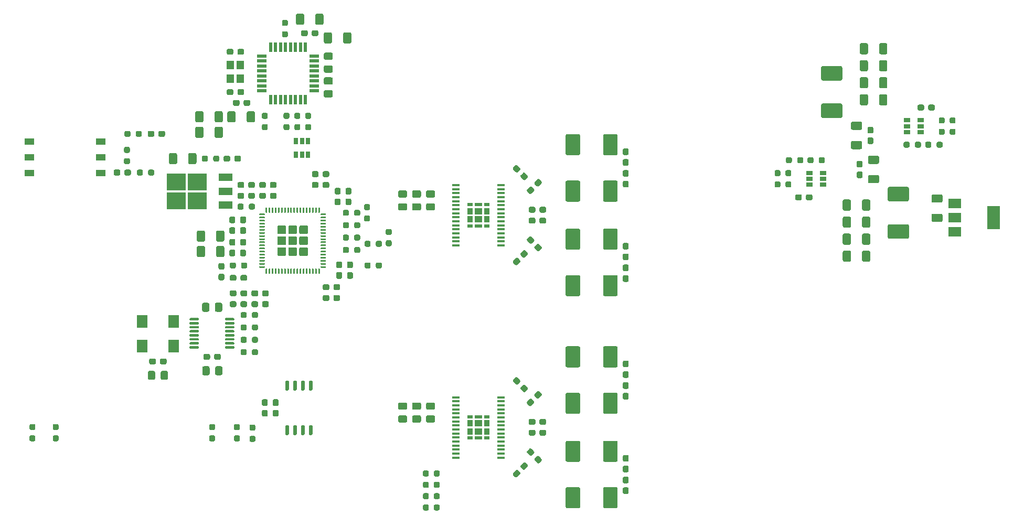
<source format=gbr>
G04 #@! TF.GenerationSoftware,KiCad,Pcbnew,(5.1.9)-1*
G04 #@! TF.CreationDate,2021-04-06T09:28:58+02:00*
G04 #@! TF.ProjectId,dsp-amplifier-x4,6473702d-616d-4706-9c69-666965722d78,rev?*
G04 #@! TF.SameCoordinates,Original*
G04 #@! TF.FileFunction,Paste,Top*
G04 #@! TF.FilePolarity,Positive*
%FSLAX46Y46*%
G04 Gerber Fmt 4.6, Leading zero omitted, Abs format (unit mm)*
G04 Created by KiCad (PCBNEW (5.1.9)-1) date 2021-04-06 09:28:58*
%MOMM*%
%LPD*%
G01*
G04 APERTURE LIST*
%ADD10R,0.930000X0.550000*%
%ADD11R,0.930000X1.000000*%
%ADD12R,1.200000X0.550000*%
%ADD13R,1.200000X1.000000*%
%ADD14R,1.200000X0.400000*%
%ADD15R,3.050000X2.750000*%
%ADD16R,2.200000X1.200000*%
%ADD17R,1.800000X2.000000*%
%ADD18R,1.200000X1.400000*%
%ADD19R,0.550000X1.600000*%
%ADD20R,1.600000X0.550000*%
%ADD21R,0.650000X1.060000*%
%ADD22R,2.000000X1.500000*%
%ADD23R,2.000000X3.800000*%
%ADD24R,1.060000X0.650000*%
%ADD25R,1.600000X1.000000*%
G04 APERTURE END LIST*
G36*
G01*
X103237500Y-132325000D02*
X102762500Y-132325000D01*
G75*
G02*
X102525000Y-132087500I0J237500D01*
G01*
X102525000Y-131587500D01*
G75*
G02*
X102762500Y-131350000I237500J0D01*
G01*
X103237500Y-131350000D01*
G75*
G02*
X103475000Y-131587500I0J-237500D01*
G01*
X103475000Y-132087500D01*
G75*
G02*
X103237500Y-132325000I-237500J0D01*
G01*
G37*
G36*
G01*
X103237500Y-134150000D02*
X102762500Y-134150000D01*
G75*
G02*
X102525000Y-133912500I0J237500D01*
G01*
X102525000Y-133412500D01*
G75*
G02*
X102762500Y-133175000I237500J0D01*
G01*
X103237500Y-133175000D01*
G75*
G02*
X103475000Y-133412500I0J-237500D01*
G01*
X103475000Y-133912500D01*
G75*
G02*
X103237500Y-134150000I-237500J0D01*
G01*
G37*
G36*
G01*
X114755000Y-131550000D02*
X115055000Y-131550000D01*
G75*
G02*
X115205000Y-131700000I0J-150000D01*
G01*
X115205000Y-133000000D01*
G75*
G02*
X115055000Y-133150000I-150000J0D01*
G01*
X114755000Y-133150000D01*
G75*
G02*
X114605000Y-133000000I0J150000D01*
G01*
X114605000Y-131700000D01*
G75*
G02*
X114755000Y-131550000I150000J0D01*
G01*
G37*
G36*
G01*
X113485000Y-131550000D02*
X113785000Y-131550000D01*
G75*
G02*
X113935000Y-131700000I0J-150000D01*
G01*
X113935000Y-133000000D01*
G75*
G02*
X113785000Y-133150000I-150000J0D01*
G01*
X113485000Y-133150000D01*
G75*
G02*
X113335000Y-133000000I0J150000D01*
G01*
X113335000Y-131700000D01*
G75*
G02*
X113485000Y-131550000I150000J0D01*
G01*
G37*
G36*
G01*
X112215000Y-131550000D02*
X112515000Y-131550000D01*
G75*
G02*
X112665000Y-131700000I0J-150000D01*
G01*
X112665000Y-133000000D01*
G75*
G02*
X112515000Y-133150000I-150000J0D01*
G01*
X112215000Y-133150000D01*
G75*
G02*
X112065000Y-133000000I0J150000D01*
G01*
X112065000Y-131700000D01*
G75*
G02*
X112215000Y-131550000I150000J0D01*
G01*
G37*
G36*
G01*
X110945000Y-131550000D02*
X111245000Y-131550000D01*
G75*
G02*
X111395000Y-131700000I0J-150000D01*
G01*
X111395000Y-133000000D01*
G75*
G02*
X111245000Y-133150000I-150000J0D01*
G01*
X110945000Y-133150000D01*
G75*
G02*
X110795000Y-133000000I0J150000D01*
G01*
X110795000Y-131700000D01*
G75*
G02*
X110945000Y-131550000I150000J0D01*
G01*
G37*
G36*
G01*
X110945000Y-124350000D02*
X111245000Y-124350000D01*
G75*
G02*
X111395000Y-124500000I0J-150000D01*
G01*
X111395000Y-125800000D01*
G75*
G02*
X111245000Y-125950000I-150000J0D01*
G01*
X110945000Y-125950000D01*
G75*
G02*
X110795000Y-125800000I0J150000D01*
G01*
X110795000Y-124500000D01*
G75*
G02*
X110945000Y-124350000I150000J0D01*
G01*
G37*
G36*
G01*
X112215000Y-124350000D02*
X112515000Y-124350000D01*
G75*
G02*
X112665000Y-124500000I0J-150000D01*
G01*
X112665000Y-125800000D01*
G75*
G02*
X112515000Y-125950000I-150000J0D01*
G01*
X112215000Y-125950000D01*
G75*
G02*
X112065000Y-125800000I0J150000D01*
G01*
X112065000Y-124500000D01*
G75*
G02*
X112215000Y-124350000I150000J0D01*
G01*
G37*
G36*
G01*
X113485000Y-124350000D02*
X113785000Y-124350000D01*
G75*
G02*
X113935000Y-124500000I0J-150000D01*
G01*
X113935000Y-125800000D01*
G75*
G02*
X113785000Y-125950000I-150000J0D01*
G01*
X113485000Y-125950000D01*
G75*
G02*
X113335000Y-125800000I0J150000D01*
G01*
X113335000Y-124500000D01*
G75*
G02*
X113485000Y-124350000I150000J0D01*
G01*
G37*
G36*
G01*
X114755000Y-124350000D02*
X115055000Y-124350000D01*
G75*
G02*
X115205000Y-124500000I0J-150000D01*
G01*
X115205000Y-125800000D01*
G75*
G02*
X115055000Y-125950000I-150000J0D01*
G01*
X114755000Y-125950000D01*
G75*
G02*
X114605000Y-125800000I0J150000D01*
G01*
X114605000Y-124500000D01*
G75*
G02*
X114755000Y-124350000I150000J0D01*
G01*
G37*
D10*
X140635000Y-130175000D03*
X140635000Y-133625000D03*
X143365000Y-133625000D03*
X143365000Y-130175000D03*
D11*
X143365000Y-131250000D03*
X143365000Y-132550000D03*
X140635000Y-132550000D03*
X140635000Y-131250000D03*
D12*
X142000000Y-130175000D03*
X142000000Y-133625000D03*
D13*
X142000000Y-132550000D03*
X142000000Y-131250000D03*
D14*
X145650000Y-127025000D03*
X145650000Y-127675000D03*
X145650000Y-128325000D03*
X145650000Y-128975000D03*
X145650000Y-129625000D03*
X145650000Y-130275000D03*
X145650000Y-130925000D03*
X145650000Y-131575000D03*
X145650000Y-132225000D03*
X145650000Y-132875000D03*
X145650000Y-133525000D03*
X145650000Y-134175000D03*
X145650000Y-134825000D03*
X145650000Y-135475000D03*
X145650000Y-136125000D03*
X145650000Y-136775000D03*
X138350000Y-136775000D03*
X138350000Y-136125000D03*
X138350000Y-135475000D03*
X138350000Y-134825000D03*
X138350000Y-134175000D03*
X138350000Y-133525000D03*
X138350000Y-132875000D03*
X138350000Y-132225000D03*
X138350000Y-131575000D03*
X138350000Y-130925000D03*
X138350000Y-130275000D03*
X138350000Y-129625000D03*
X138350000Y-128975000D03*
X138350000Y-128325000D03*
X138350000Y-127675000D03*
X138350000Y-127025000D03*
G36*
G01*
X117275000Y-77450000D02*
X118225000Y-77450000D01*
G75*
G02*
X118475000Y-77700000I0J-250000D01*
G01*
X118475000Y-78375000D01*
G75*
G02*
X118225000Y-78625000I-250000J0D01*
G01*
X117275000Y-78625000D01*
G75*
G02*
X117025000Y-78375000I0J250000D01*
G01*
X117025000Y-77700000D01*
G75*
G02*
X117275000Y-77450000I250000J0D01*
G01*
G37*
G36*
G01*
X117275000Y-75375000D02*
X118225000Y-75375000D01*
G75*
G02*
X118475000Y-75625000I0J-250000D01*
G01*
X118475000Y-76300000D01*
G75*
G02*
X118225000Y-76550000I-250000J0D01*
G01*
X117275000Y-76550000D01*
G75*
G02*
X117025000Y-76300000I0J250000D01*
G01*
X117025000Y-75625000D01*
G75*
G02*
X117275000Y-75375000I250000J0D01*
G01*
G37*
G36*
G01*
X118225000Y-72550000D02*
X117275000Y-72550000D01*
G75*
G02*
X117025000Y-72300000I0J250000D01*
G01*
X117025000Y-71625000D01*
G75*
G02*
X117275000Y-71375000I250000J0D01*
G01*
X118225000Y-71375000D01*
G75*
G02*
X118475000Y-71625000I0J-250000D01*
G01*
X118475000Y-72300000D01*
G75*
G02*
X118225000Y-72550000I-250000J0D01*
G01*
G37*
G36*
G01*
X118225000Y-74625000D02*
X117275000Y-74625000D01*
G75*
G02*
X117025000Y-74375000I0J250000D01*
G01*
X117025000Y-73700000D01*
G75*
G02*
X117275000Y-73450000I250000J0D01*
G01*
X118225000Y-73450000D01*
G75*
G02*
X118475000Y-73700000I0J-250000D01*
G01*
X118475000Y-74375000D01*
G75*
G02*
X118225000Y-74625000I-250000J0D01*
G01*
G37*
G36*
G01*
X104075000Y-79737500D02*
X104075000Y-79262500D01*
G75*
G02*
X104312500Y-79025000I237500J0D01*
G01*
X104912500Y-79025000D01*
G75*
G02*
X105150000Y-79262500I0J-237500D01*
G01*
X105150000Y-79737500D01*
G75*
G02*
X104912500Y-79975000I-237500J0D01*
G01*
X104312500Y-79975000D01*
G75*
G02*
X104075000Y-79737500I0J237500D01*
G01*
G37*
G36*
G01*
X102350000Y-79737500D02*
X102350000Y-79262500D01*
G75*
G02*
X102587500Y-79025000I237500J0D01*
G01*
X103187500Y-79025000D01*
G75*
G02*
X103425000Y-79262500I0J-237500D01*
G01*
X103425000Y-79737500D01*
G75*
G02*
X103187500Y-79975000I-237500J0D01*
G01*
X102587500Y-79975000D01*
G75*
G02*
X102350000Y-79737500I0J237500D01*
G01*
G37*
G36*
G01*
X115075000Y-68487500D02*
X115075000Y-68012500D01*
G75*
G02*
X115312500Y-67775000I237500J0D01*
G01*
X115912500Y-67775000D01*
G75*
G02*
X116150000Y-68012500I0J-237500D01*
G01*
X116150000Y-68487500D01*
G75*
G02*
X115912500Y-68725000I-237500J0D01*
G01*
X115312500Y-68725000D01*
G75*
G02*
X115075000Y-68487500I0J237500D01*
G01*
G37*
G36*
G01*
X113350000Y-68487500D02*
X113350000Y-68012500D01*
G75*
G02*
X113587500Y-67775000I237500J0D01*
G01*
X114187500Y-67775000D01*
G75*
G02*
X114425000Y-68012500I0J-237500D01*
G01*
X114425000Y-68487500D01*
G75*
G02*
X114187500Y-68725000I-237500J0D01*
G01*
X113587500Y-68725000D01*
G75*
G02*
X113350000Y-68487500I0J237500D01*
G01*
G37*
G36*
G01*
X115650000Y-66650001D02*
X115650000Y-65349999D01*
G75*
G02*
X115899999Y-65100000I249999J0D01*
G01*
X116725001Y-65100000D01*
G75*
G02*
X116975000Y-65349999I0J-249999D01*
G01*
X116975000Y-66650001D01*
G75*
G02*
X116725001Y-66900000I-249999J0D01*
G01*
X115899999Y-66900000D01*
G75*
G02*
X115650000Y-66650001I0J249999D01*
G01*
G37*
G36*
G01*
X112525000Y-66650001D02*
X112525000Y-65349999D01*
G75*
G02*
X112774999Y-65100000I249999J0D01*
G01*
X113600001Y-65100000D01*
G75*
G02*
X113850000Y-65349999I0J-249999D01*
G01*
X113850000Y-66650001D01*
G75*
G02*
X113600001Y-66900000I-249999J0D01*
G01*
X112774999Y-66900000D01*
G75*
G02*
X112525000Y-66650001I0J249999D01*
G01*
G37*
G36*
G01*
X104587500Y-82400001D02*
X104587500Y-81099999D01*
G75*
G02*
X104837499Y-80850000I249999J0D01*
G01*
X105662501Y-80850000D01*
G75*
G02*
X105912500Y-81099999I0J-249999D01*
G01*
X105912500Y-82400001D01*
G75*
G02*
X105662501Y-82650000I-249999J0D01*
G01*
X104837499Y-82650000D01*
G75*
G02*
X104587500Y-82400001I0J249999D01*
G01*
G37*
G36*
G01*
X101462500Y-82400001D02*
X101462500Y-81099999D01*
G75*
G02*
X101712499Y-80850000I249999J0D01*
G01*
X102537501Y-80850000D01*
G75*
G02*
X102787500Y-81099999I0J-249999D01*
G01*
X102787500Y-82400001D01*
G75*
G02*
X102537501Y-82650000I-249999J0D01*
G01*
X101712499Y-82650000D01*
G75*
G02*
X101462500Y-82400001I0J249999D01*
G01*
G37*
G36*
G01*
X120150000Y-69650001D02*
X120150000Y-68349999D01*
G75*
G02*
X120399999Y-68100000I249999J0D01*
G01*
X121225001Y-68100000D01*
G75*
G02*
X121475000Y-68349999I0J-249999D01*
G01*
X121475000Y-69650001D01*
G75*
G02*
X121225001Y-69900000I-249999J0D01*
G01*
X120399999Y-69900000D01*
G75*
G02*
X120150000Y-69650001I0J249999D01*
G01*
G37*
G36*
G01*
X117025000Y-69650001D02*
X117025000Y-68349999D01*
G75*
G02*
X117274999Y-68100000I249999J0D01*
G01*
X118100001Y-68100000D01*
G75*
G02*
X118350000Y-68349999I0J-249999D01*
G01*
X118350000Y-69650001D01*
G75*
G02*
X118100001Y-69900000I-249999J0D01*
G01*
X117274999Y-69900000D01*
G75*
G02*
X117025000Y-69650001I0J249999D01*
G01*
G37*
G36*
G01*
X109497500Y-128425000D02*
X109022500Y-128425000D01*
G75*
G02*
X108785000Y-128187500I0J237500D01*
G01*
X108785000Y-127587500D01*
G75*
G02*
X109022500Y-127350000I237500J0D01*
G01*
X109497500Y-127350000D01*
G75*
G02*
X109735000Y-127587500I0J-237500D01*
G01*
X109735000Y-128187500D01*
G75*
G02*
X109497500Y-128425000I-237500J0D01*
G01*
G37*
G36*
G01*
X109497500Y-130150000D02*
X109022500Y-130150000D01*
G75*
G02*
X108785000Y-129912500I0J237500D01*
G01*
X108785000Y-129312500D01*
G75*
G02*
X109022500Y-129075000I237500J0D01*
G01*
X109497500Y-129075000D01*
G75*
G02*
X109735000Y-129312500I0J-237500D01*
G01*
X109735000Y-129912500D01*
G75*
G02*
X109497500Y-130150000I-237500J0D01*
G01*
G37*
G36*
G01*
X107737500Y-128425000D02*
X107262500Y-128425000D01*
G75*
G02*
X107025000Y-128187500I0J237500D01*
G01*
X107025000Y-127587500D01*
G75*
G02*
X107262500Y-127350000I237500J0D01*
G01*
X107737500Y-127350000D01*
G75*
G02*
X107975000Y-127587500I0J-237500D01*
G01*
X107975000Y-128187500D01*
G75*
G02*
X107737500Y-128425000I-237500J0D01*
G01*
G37*
G36*
G01*
X107737500Y-130150000D02*
X107262500Y-130150000D01*
G75*
G02*
X107025000Y-129912500I0J237500D01*
G01*
X107025000Y-129312500D01*
G75*
G02*
X107262500Y-129075000I237500J0D01*
G01*
X107737500Y-129075000D01*
G75*
G02*
X107975000Y-129312500I0J-237500D01*
G01*
X107975000Y-129912500D01*
G75*
G02*
X107737500Y-130150000I-237500J0D01*
G01*
G37*
D15*
X96575000Y-92225000D03*
X93225000Y-95275000D03*
X96575000Y-95275000D03*
X93225000Y-92225000D03*
D16*
X101200000Y-91470000D03*
X101200000Y-93750000D03*
X101200000Y-96030000D03*
G36*
G01*
X85825000Y-84262500D02*
X85825000Y-84737500D01*
G75*
G02*
X85587500Y-84975000I-237500J0D01*
G01*
X85087500Y-84975000D01*
G75*
G02*
X84850000Y-84737500I0J237500D01*
G01*
X84850000Y-84262500D01*
G75*
G02*
X85087500Y-84025000I237500J0D01*
G01*
X85587500Y-84025000D01*
G75*
G02*
X85825000Y-84262500I0J-237500D01*
G01*
G37*
G36*
G01*
X87650000Y-84262500D02*
X87650000Y-84737500D01*
G75*
G02*
X87412500Y-84975000I-237500J0D01*
G01*
X86912500Y-84975000D01*
G75*
G02*
X86675000Y-84737500I0J237500D01*
G01*
X86675000Y-84262500D01*
G75*
G02*
X86912500Y-84025000I237500J0D01*
G01*
X87412500Y-84025000D01*
G75*
G02*
X87650000Y-84262500I0J-237500D01*
G01*
G37*
D10*
X140635000Y-95925000D03*
X140635000Y-99375000D03*
X143365000Y-99375000D03*
X143365000Y-95925000D03*
D11*
X143365000Y-97000000D03*
X143365000Y-98300000D03*
X140635000Y-98300000D03*
X140635000Y-97000000D03*
D12*
X142000000Y-95925000D03*
X142000000Y-99375000D03*
D13*
X142000000Y-98300000D03*
X142000000Y-97000000D03*
D14*
X145650000Y-92775000D03*
X145650000Y-93425000D03*
X145650000Y-94075000D03*
X145650000Y-94725000D03*
X145650000Y-95375000D03*
X145650000Y-96025000D03*
X145650000Y-96675000D03*
X145650000Y-97325000D03*
X145650000Y-97975000D03*
X145650000Y-98625000D03*
X145650000Y-99275000D03*
X145650000Y-99925000D03*
X145650000Y-100575000D03*
X145650000Y-101225000D03*
X145650000Y-101875000D03*
X145650000Y-102525000D03*
X138350000Y-102525000D03*
X138350000Y-101875000D03*
X138350000Y-101225000D03*
X138350000Y-100575000D03*
X138350000Y-99925000D03*
X138350000Y-99275000D03*
X138350000Y-98625000D03*
X138350000Y-97975000D03*
X138350000Y-97325000D03*
X138350000Y-96675000D03*
X138350000Y-96025000D03*
X138350000Y-95375000D03*
X138350000Y-94725000D03*
X138350000Y-94075000D03*
X138350000Y-93425000D03*
X138350000Y-92775000D03*
G36*
G01*
X149147748Y-104438128D02*
X148811872Y-104102252D01*
G75*
G02*
X148811872Y-103766376I167938J167938D01*
G01*
X149236136Y-103342112D01*
G75*
G02*
X149572012Y-103342112I167938J-167938D01*
G01*
X149907888Y-103677988D01*
G75*
G02*
X149907888Y-104013864I-167938J-167938D01*
G01*
X149483624Y-104438128D01*
G75*
G02*
X149147748Y-104438128I-167938J167938D01*
G01*
G37*
G36*
G01*
X147927988Y-105657888D02*
X147592112Y-105322012D01*
G75*
G02*
X147592112Y-104986136I167938J167938D01*
G01*
X148016376Y-104561872D01*
G75*
G02*
X148352252Y-104561872I167938J-167938D01*
G01*
X148688128Y-104897748D01*
G75*
G02*
X148688128Y-105233624I-167938J-167938D01*
G01*
X148263864Y-105657888D01*
G75*
G02*
X147927988Y-105657888I-167938J167938D01*
G01*
G37*
G36*
G01*
X149147748Y-138688128D02*
X148811872Y-138352252D01*
G75*
G02*
X148811872Y-138016376I167938J167938D01*
G01*
X149236136Y-137592112D01*
G75*
G02*
X149572012Y-137592112I167938J-167938D01*
G01*
X149907888Y-137927988D01*
G75*
G02*
X149907888Y-138263864I-167938J-167938D01*
G01*
X149483624Y-138688128D01*
G75*
G02*
X149147748Y-138688128I-167938J167938D01*
G01*
G37*
G36*
G01*
X147927988Y-139907888D02*
X147592112Y-139572012D01*
G75*
G02*
X147592112Y-139236136I167938J167938D01*
G01*
X148016376Y-138811872D01*
G75*
G02*
X148352252Y-138811872I167938J-167938D01*
G01*
X148688128Y-139147748D01*
G75*
G02*
X148688128Y-139483624I-167938J-167938D01*
G01*
X148263864Y-139907888D01*
G75*
G02*
X147927988Y-139907888I-167938J167938D01*
G01*
G37*
D17*
X87710000Y-114750000D03*
X92790000Y-114750000D03*
X92790000Y-118750000D03*
X87710000Y-118750000D03*
G36*
G01*
X101095000Y-114525000D02*
X101095000Y-114325000D01*
G75*
G02*
X101195000Y-114225000I100000J0D01*
G01*
X102470000Y-114225000D01*
G75*
G02*
X102570000Y-114325000I0J-100000D01*
G01*
X102570000Y-114525000D01*
G75*
G02*
X102470000Y-114625000I-100000J0D01*
G01*
X101195000Y-114625000D01*
G75*
G02*
X101095000Y-114525000I0J100000D01*
G01*
G37*
G36*
G01*
X101095000Y-115175000D02*
X101095000Y-114975000D01*
G75*
G02*
X101195000Y-114875000I100000J0D01*
G01*
X102470000Y-114875000D01*
G75*
G02*
X102570000Y-114975000I0J-100000D01*
G01*
X102570000Y-115175000D01*
G75*
G02*
X102470000Y-115275000I-100000J0D01*
G01*
X101195000Y-115275000D01*
G75*
G02*
X101095000Y-115175000I0J100000D01*
G01*
G37*
G36*
G01*
X101095000Y-115825000D02*
X101095000Y-115625000D01*
G75*
G02*
X101195000Y-115525000I100000J0D01*
G01*
X102470000Y-115525000D01*
G75*
G02*
X102570000Y-115625000I0J-100000D01*
G01*
X102570000Y-115825000D01*
G75*
G02*
X102470000Y-115925000I-100000J0D01*
G01*
X101195000Y-115925000D01*
G75*
G02*
X101095000Y-115825000I0J100000D01*
G01*
G37*
G36*
G01*
X101095000Y-116475000D02*
X101095000Y-116275000D01*
G75*
G02*
X101195000Y-116175000I100000J0D01*
G01*
X102470000Y-116175000D01*
G75*
G02*
X102570000Y-116275000I0J-100000D01*
G01*
X102570000Y-116475000D01*
G75*
G02*
X102470000Y-116575000I-100000J0D01*
G01*
X101195000Y-116575000D01*
G75*
G02*
X101095000Y-116475000I0J100000D01*
G01*
G37*
G36*
G01*
X101095000Y-117125000D02*
X101095000Y-116925000D01*
G75*
G02*
X101195000Y-116825000I100000J0D01*
G01*
X102470000Y-116825000D01*
G75*
G02*
X102570000Y-116925000I0J-100000D01*
G01*
X102570000Y-117125000D01*
G75*
G02*
X102470000Y-117225000I-100000J0D01*
G01*
X101195000Y-117225000D01*
G75*
G02*
X101095000Y-117125000I0J100000D01*
G01*
G37*
G36*
G01*
X101095000Y-117775000D02*
X101095000Y-117575000D01*
G75*
G02*
X101195000Y-117475000I100000J0D01*
G01*
X102470000Y-117475000D01*
G75*
G02*
X102570000Y-117575000I0J-100000D01*
G01*
X102570000Y-117775000D01*
G75*
G02*
X102470000Y-117875000I-100000J0D01*
G01*
X101195000Y-117875000D01*
G75*
G02*
X101095000Y-117775000I0J100000D01*
G01*
G37*
G36*
G01*
X101095000Y-118425000D02*
X101095000Y-118225000D01*
G75*
G02*
X101195000Y-118125000I100000J0D01*
G01*
X102470000Y-118125000D01*
G75*
G02*
X102570000Y-118225000I0J-100000D01*
G01*
X102570000Y-118425000D01*
G75*
G02*
X102470000Y-118525000I-100000J0D01*
G01*
X101195000Y-118525000D01*
G75*
G02*
X101095000Y-118425000I0J100000D01*
G01*
G37*
G36*
G01*
X101095000Y-119075000D02*
X101095000Y-118875000D01*
G75*
G02*
X101195000Y-118775000I100000J0D01*
G01*
X102470000Y-118775000D01*
G75*
G02*
X102570000Y-118875000I0J-100000D01*
G01*
X102570000Y-119075000D01*
G75*
G02*
X102470000Y-119175000I-100000J0D01*
G01*
X101195000Y-119175000D01*
G75*
G02*
X101095000Y-119075000I0J100000D01*
G01*
G37*
G36*
G01*
X95370000Y-119075000D02*
X95370000Y-118875000D01*
G75*
G02*
X95470000Y-118775000I100000J0D01*
G01*
X96745000Y-118775000D01*
G75*
G02*
X96845000Y-118875000I0J-100000D01*
G01*
X96845000Y-119075000D01*
G75*
G02*
X96745000Y-119175000I-100000J0D01*
G01*
X95470000Y-119175000D01*
G75*
G02*
X95370000Y-119075000I0J100000D01*
G01*
G37*
G36*
G01*
X95370000Y-118425000D02*
X95370000Y-118225000D01*
G75*
G02*
X95470000Y-118125000I100000J0D01*
G01*
X96745000Y-118125000D01*
G75*
G02*
X96845000Y-118225000I0J-100000D01*
G01*
X96845000Y-118425000D01*
G75*
G02*
X96745000Y-118525000I-100000J0D01*
G01*
X95470000Y-118525000D01*
G75*
G02*
X95370000Y-118425000I0J100000D01*
G01*
G37*
G36*
G01*
X95370000Y-117775000D02*
X95370000Y-117575000D01*
G75*
G02*
X95470000Y-117475000I100000J0D01*
G01*
X96745000Y-117475000D01*
G75*
G02*
X96845000Y-117575000I0J-100000D01*
G01*
X96845000Y-117775000D01*
G75*
G02*
X96745000Y-117875000I-100000J0D01*
G01*
X95470000Y-117875000D01*
G75*
G02*
X95370000Y-117775000I0J100000D01*
G01*
G37*
G36*
G01*
X95370000Y-117125000D02*
X95370000Y-116925000D01*
G75*
G02*
X95470000Y-116825000I100000J0D01*
G01*
X96745000Y-116825000D01*
G75*
G02*
X96845000Y-116925000I0J-100000D01*
G01*
X96845000Y-117125000D01*
G75*
G02*
X96745000Y-117225000I-100000J0D01*
G01*
X95470000Y-117225000D01*
G75*
G02*
X95370000Y-117125000I0J100000D01*
G01*
G37*
G36*
G01*
X95370000Y-116475000D02*
X95370000Y-116275000D01*
G75*
G02*
X95470000Y-116175000I100000J0D01*
G01*
X96745000Y-116175000D01*
G75*
G02*
X96845000Y-116275000I0J-100000D01*
G01*
X96845000Y-116475000D01*
G75*
G02*
X96745000Y-116575000I-100000J0D01*
G01*
X95470000Y-116575000D01*
G75*
G02*
X95370000Y-116475000I0J100000D01*
G01*
G37*
G36*
G01*
X95370000Y-115825000D02*
X95370000Y-115625000D01*
G75*
G02*
X95470000Y-115525000I100000J0D01*
G01*
X96745000Y-115525000D01*
G75*
G02*
X96845000Y-115625000I0J-100000D01*
G01*
X96845000Y-115825000D01*
G75*
G02*
X96745000Y-115925000I-100000J0D01*
G01*
X95470000Y-115925000D01*
G75*
G02*
X95370000Y-115825000I0J100000D01*
G01*
G37*
G36*
G01*
X95370000Y-115175000D02*
X95370000Y-114975000D01*
G75*
G02*
X95470000Y-114875000I100000J0D01*
G01*
X96745000Y-114875000D01*
G75*
G02*
X96845000Y-114975000I0J-100000D01*
G01*
X96845000Y-115175000D01*
G75*
G02*
X96745000Y-115275000I-100000J0D01*
G01*
X95470000Y-115275000D01*
G75*
G02*
X95370000Y-115175000I0J100000D01*
G01*
G37*
G36*
G01*
X95370000Y-114525000D02*
X95370000Y-114325000D01*
G75*
G02*
X95470000Y-114225000I100000J0D01*
G01*
X96745000Y-114225000D01*
G75*
G02*
X96845000Y-114325000I0J-100000D01*
G01*
X96845000Y-114525000D01*
G75*
G02*
X96745000Y-114625000I-100000J0D01*
G01*
X95470000Y-114625000D01*
G75*
G02*
X95370000Y-114525000I0J100000D01*
G01*
G37*
G36*
G01*
X162100000Y-137215000D02*
X162100000Y-134285000D01*
G75*
G02*
X162335000Y-134050000I235000J0D01*
G01*
X164215000Y-134050000D01*
G75*
G02*
X164450000Y-134285000I0J-235000D01*
G01*
X164450000Y-137215000D01*
G75*
G02*
X164215000Y-137450000I-235000J0D01*
G01*
X162335000Y-137450000D01*
G75*
G02*
X162100000Y-137215000I0J235000D01*
G01*
G37*
G36*
G01*
X156050000Y-137215000D02*
X156050000Y-134285000D01*
G75*
G02*
X156285000Y-134050000I235000J0D01*
G01*
X158165000Y-134050000D01*
G75*
G02*
X158400000Y-134285000I0J-235000D01*
G01*
X158400000Y-137215000D01*
G75*
G02*
X158165000Y-137450000I-235000J0D01*
G01*
X156285000Y-137450000D01*
G75*
G02*
X156050000Y-137215000I0J235000D01*
G01*
G37*
G36*
G01*
X162100000Y-144715000D02*
X162100000Y-141785000D01*
G75*
G02*
X162335000Y-141550000I235000J0D01*
G01*
X164215000Y-141550000D01*
G75*
G02*
X164450000Y-141785000I0J-235000D01*
G01*
X164450000Y-144715000D01*
G75*
G02*
X164215000Y-144950000I-235000J0D01*
G01*
X162335000Y-144950000D01*
G75*
G02*
X162100000Y-144715000I0J235000D01*
G01*
G37*
G36*
G01*
X156050000Y-144715000D02*
X156050000Y-141785000D01*
G75*
G02*
X156285000Y-141550000I235000J0D01*
G01*
X158165000Y-141550000D01*
G75*
G02*
X158400000Y-141785000I0J-235000D01*
G01*
X158400000Y-144715000D01*
G75*
G02*
X158165000Y-144950000I-235000J0D01*
G01*
X156285000Y-144950000D01*
G75*
G02*
X156050000Y-144715000I0J235000D01*
G01*
G37*
G36*
G01*
X162100000Y-129465000D02*
X162100000Y-126535000D01*
G75*
G02*
X162335000Y-126300000I235000J0D01*
G01*
X164215000Y-126300000D01*
G75*
G02*
X164450000Y-126535000I0J-235000D01*
G01*
X164450000Y-129465000D01*
G75*
G02*
X164215000Y-129700000I-235000J0D01*
G01*
X162335000Y-129700000D01*
G75*
G02*
X162100000Y-129465000I0J235000D01*
G01*
G37*
G36*
G01*
X156050000Y-129465000D02*
X156050000Y-126535000D01*
G75*
G02*
X156285000Y-126300000I235000J0D01*
G01*
X158165000Y-126300000D01*
G75*
G02*
X158400000Y-126535000I0J-235000D01*
G01*
X158400000Y-129465000D01*
G75*
G02*
X158165000Y-129700000I-235000J0D01*
G01*
X156285000Y-129700000D01*
G75*
G02*
X156050000Y-129465000I0J235000D01*
G01*
G37*
G36*
G01*
X162100000Y-121965000D02*
X162100000Y-119035000D01*
G75*
G02*
X162335000Y-118800000I235000J0D01*
G01*
X164215000Y-118800000D01*
G75*
G02*
X164450000Y-119035000I0J-235000D01*
G01*
X164450000Y-121965000D01*
G75*
G02*
X164215000Y-122200000I-235000J0D01*
G01*
X162335000Y-122200000D01*
G75*
G02*
X162100000Y-121965000I0J235000D01*
G01*
G37*
G36*
G01*
X156050000Y-121965000D02*
X156050000Y-119035000D01*
G75*
G02*
X156285000Y-118800000I235000J0D01*
G01*
X158165000Y-118800000D01*
G75*
G02*
X158400000Y-119035000I0J-235000D01*
G01*
X158400000Y-121965000D01*
G75*
G02*
X158165000Y-122200000I-235000J0D01*
G01*
X156285000Y-122200000D01*
G75*
G02*
X156050000Y-121965000I0J235000D01*
G01*
G37*
G36*
G01*
X165987500Y-137425000D02*
X165512500Y-137425000D01*
G75*
G02*
X165275000Y-137187500I0J237500D01*
G01*
X165275000Y-136587500D01*
G75*
G02*
X165512500Y-136350000I237500J0D01*
G01*
X165987500Y-136350000D01*
G75*
G02*
X166225000Y-136587500I0J-237500D01*
G01*
X166225000Y-137187500D01*
G75*
G02*
X165987500Y-137425000I-237500J0D01*
G01*
G37*
G36*
G01*
X165987500Y-139150000D02*
X165512500Y-139150000D01*
G75*
G02*
X165275000Y-138912500I0J237500D01*
G01*
X165275000Y-138312500D01*
G75*
G02*
X165512500Y-138075000I237500J0D01*
G01*
X165987500Y-138075000D01*
G75*
G02*
X166225000Y-138312500I0J-237500D01*
G01*
X166225000Y-138912500D01*
G75*
G02*
X165987500Y-139150000I-237500J0D01*
G01*
G37*
G36*
G01*
X165512500Y-141575000D02*
X165987500Y-141575000D01*
G75*
G02*
X166225000Y-141812500I0J-237500D01*
G01*
X166225000Y-142412500D01*
G75*
G02*
X165987500Y-142650000I-237500J0D01*
G01*
X165512500Y-142650000D01*
G75*
G02*
X165275000Y-142412500I0J237500D01*
G01*
X165275000Y-141812500D01*
G75*
G02*
X165512500Y-141575000I237500J0D01*
G01*
G37*
G36*
G01*
X165512500Y-139850000D02*
X165987500Y-139850000D01*
G75*
G02*
X166225000Y-140087500I0J-237500D01*
G01*
X166225000Y-140687500D01*
G75*
G02*
X165987500Y-140925000I-237500J0D01*
G01*
X165512500Y-140925000D01*
G75*
G02*
X165275000Y-140687500I0J237500D01*
G01*
X165275000Y-140087500D01*
G75*
G02*
X165512500Y-139850000I237500J0D01*
G01*
G37*
G36*
G01*
X165512500Y-126325000D02*
X165987500Y-126325000D01*
G75*
G02*
X166225000Y-126562500I0J-237500D01*
G01*
X166225000Y-127162500D01*
G75*
G02*
X165987500Y-127400000I-237500J0D01*
G01*
X165512500Y-127400000D01*
G75*
G02*
X165275000Y-127162500I0J237500D01*
G01*
X165275000Y-126562500D01*
G75*
G02*
X165512500Y-126325000I237500J0D01*
G01*
G37*
G36*
G01*
X165512500Y-124600000D02*
X165987500Y-124600000D01*
G75*
G02*
X166225000Y-124837500I0J-237500D01*
G01*
X166225000Y-125437500D01*
G75*
G02*
X165987500Y-125675000I-237500J0D01*
G01*
X165512500Y-125675000D01*
G75*
G02*
X165275000Y-125437500I0J237500D01*
G01*
X165275000Y-124837500D01*
G75*
G02*
X165512500Y-124600000I237500J0D01*
G01*
G37*
G36*
G01*
X165987500Y-122175000D02*
X165512500Y-122175000D01*
G75*
G02*
X165275000Y-121937500I0J237500D01*
G01*
X165275000Y-121337500D01*
G75*
G02*
X165512500Y-121100000I237500J0D01*
G01*
X165987500Y-121100000D01*
G75*
G02*
X166225000Y-121337500I0J-237500D01*
G01*
X166225000Y-121937500D01*
G75*
G02*
X165987500Y-122175000I-237500J0D01*
G01*
G37*
G36*
G01*
X165987500Y-123900000D02*
X165512500Y-123900000D01*
G75*
G02*
X165275000Y-123662500I0J237500D01*
G01*
X165275000Y-123062500D01*
G75*
G02*
X165512500Y-122825000I237500J0D01*
G01*
X165987500Y-122825000D01*
G75*
G02*
X166225000Y-123062500I0J-237500D01*
G01*
X166225000Y-123662500D01*
G75*
G02*
X165987500Y-123900000I-237500J0D01*
G01*
G37*
G36*
G01*
X151825000Y-132987500D02*
X151825000Y-132512500D01*
G75*
G02*
X152062500Y-132275000I237500J0D01*
G01*
X152662500Y-132275000D01*
G75*
G02*
X152900000Y-132512500I0J-237500D01*
G01*
X152900000Y-132987500D01*
G75*
G02*
X152662500Y-133225000I-237500J0D01*
G01*
X152062500Y-133225000D01*
G75*
G02*
X151825000Y-132987500I0J237500D01*
G01*
G37*
G36*
G01*
X150100000Y-132987500D02*
X150100000Y-132512500D01*
G75*
G02*
X150337500Y-132275000I237500J0D01*
G01*
X150937500Y-132275000D01*
G75*
G02*
X151175000Y-132512500I0J-237500D01*
G01*
X151175000Y-132987500D01*
G75*
G02*
X150937500Y-133225000I-237500J0D01*
G01*
X150337500Y-133225000D01*
G75*
G02*
X150100000Y-132987500I0J237500D01*
G01*
G37*
G36*
G01*
X151825000Y-131237500D02*
X151825000Y-130762500D01*
G75*
G02*
X152062500Y-130525000I237500J0D01*
G01*
X152662500Y-130525000D01*
G75*
G02*
X152900000Y-130762500I0J-237500D01*
G01*
X152900000Y-131237500D01*
G75*
G02*
X152662500Y-131475000I-237500J0D01*
G01*
X152062500Y-131475000D01*
G75*
G02*
X151825000Y-131237500I0J237500D01*
G01*
G37*
G36*
G01*
X150100000Y-131237500D02*
X150100000Y-130762500D01*
G75*
G02*
X150337500Y-130525000I237500J0D01*
G01*
X150937500Y-130525000D01*
G75*
G02*
X151175000Y-130762500I0J-237500D01*
G01*
X151175000Y-131237500D01*
G75*
G02*
X150937500Y-131475000I-237500J0D01*
G01*
X150337500Y-131475000D01*
G75*
G02*
X150100000Y-131237500I0J237500D01*
G01*
G37*
G36*
G01*
X148811872Y-125397748D02*
X149147748Y-125061872D01*
G75*
G02*
X149483624Y-125061872I167938J-167938D01*
G01*
X149907888Y-125486136D01*
G75*
G02*
X149907888Y-125822012I-167938J-167938D01*
G01*
X149572012Y-126157888D01*
G75*
G02*
X149236136Y-126157888I-167938J167938D01*
G01*
X148811872Y-125733624D01*
G75*
G02*
X148811872Y-125397748I167938J167938D01*
G01*
G37*
G36*
G01*
X147592112Y-124177988D02*
X147927988Y-123842112D01*
G75*
G02*
X148263864Y-123842112I167938J-167938D01*
G01*
X148688128Y-124266376D01*
G75*
G02*
X148688128Y-124602252I-167938J-167938D01*
G01*
X148352252Y-124938128D01*
G75*
G02*
X148016376Y-124938128I-167938J167938D01*
G01*
X147592112Y-124513864D01*
G75*
G02*
X147592112Y-124177988I167938J167938D01*
G01*
G37*
G36*
G01*
X151397748Y-127188128D02*
X151061872Y-126852252D01*
G75*
G02*
X151061872Y-126516376I167938J167938D01*
G01*
X151486136Y-126092112D01*
G75*
G02*
X151822012Y-126092112I167938J-167938D01*
G01*
X152157888Y-126427988D01*
G75*
G02*
X152157888Y-126763864I-167938J-167938D01*
G01*
X151733624Y-127188128D01*
G75*
G02*
X151397748Y-127188128I-167938J167938D01*
G01*
G37*
G36*
G01*
X150177988Y-128407888D02*
X149842112Y-128072012D01*
G75*
G02*
X149842112Y-127736136I167938J167938D01*
G01*
X150266376Y-127311872D01*
G75*
G02*
X150602252Y-127311872I167938J-167938D01*
G01*
X150938128Y-127647748D01*
G75*
G02*
X150938128Y-127983624I-167938J-167938D01*
G01*
X150513864Y-128407888D01*
G75*
G02*
X150177988Y-128407888I-167938J167938D01*
G01*
G37*
G36*
G01*
X151061872Y-136897748D02*
X151397748Y-136561872D01*
G75*
G02*
X151733624Y-136561872I167938J-167938D01*
G01*
X152157888Y-136986136D01*
G75*
G02*
X152157888Y-137322012I-167938J-167938D01*
G01*
X151822012Y-137657888D01*
G75*
G02*
X151486136Y-137657888I-167938J167938D01*
G01*
X151061872Y-137233624D01*
G75*
G02*
X151061872Y-136897748I167938J167938D01*
G01*
G37*
G36*
G01*
X149842112Y-135677988D02*
X150177988Y-135342112D01*
G75*
G02*
X150513864Y-135342112I167938J-167938D01*
G01*
X150938128Y-135766376D01*
G75*
G02*
X150938128Y-136102252I-167938J-167938D01*
G01*
X150602252Y-136438128D01*
G75*
G02*
X150266376Y-136438128I-167938J167938D01*
G01*
X149842112Y-136013864D01*
G75*
G02*
X149842112Y-135677988I167938J167938D01*
G01*
G37*
G36*
G01*
X129275000Y-129950000D02*
X130225000Y-129950000D01*
G75*
G02*
X130475000Y-130200000I0J-250000D01*
G01*
X130475000Y-130875000D01*
G75*
G02*
X130225000Y-131125000I-250000J0D01*
G01*
X129275000Y-131125000D01*
G75*
G02*
X129025000Y-130875000I0J250000D01*
G01*
X129025000Y-130200000D01*
G75*
G02*
X129275000Y-129950000I250000J0D01*
G01*
G37*
G36*
G01*
X129275000Y-127875000D02*
X130225000Y-127875000D01*
G75*
G02*
X130475000Y-128125000I0J-250000D01*
G01*
X130475000Y-128800000D01*
G75*
G02*
X130225000Y-129050000I-250000J0D01*
G01*
X129275000Y-129050000D01*
G75*
G02*
X129025000Y-128800000I0J250000D01*
G01*
X129025000Y-128125000D01*
G75*
G02*
X129275000Y-127875000I250000J0D01*
G01*
G37*
G36*
G01*
X134725000Y-129050000D02*
X133775000Y-129050000D01*
G75*
G02*
X133525000Y-128800000I0J250000D01*
G01*
X133525000Y-128125000D01*
G75*
G02*
X133775000Y-127875000I250000J0D01*
G01*
X134725000Y-127875000D01*
G75*
G02*
X134975000Y-128125000I0J-250000D01*
G01*
X134975000Y-128800000D01*
G75*
G02*
X134725000Y-129050000I-250000J0D01*
G01*
G37*
G36*
G01*
X134725000Y-131125000D02*
X133775000Y-131125000D01*
G75*
G02*
X133525000Y-130875000I0J250000D01*
G01*
X133525000Y-130200000D01*
G75*
G02*
X133775000Y-129950000I250000J0D01*
G01*
X134725000Y-129950000D01*
G75*
G02*
X134975000Y-130200000I0J-250000D01*
G01*
X134975000Y-130875000D01*
G75*
G02*
X134725000Y-131125000I-250000J0D01*
G01*
G37*
G36*
G01*
X132475000Y-129050000D02*
X131525000Y-129050000D01*
G75*
G02*
X131275000Y-128800000I0J250000D01*
G01*
X131275000Y-128125000D01*
G75*
G02*
X131525000Y-127875000I250000J0D01*
G01*
X132475000Y-127875000D01*
G75*
G02*
X132725000Y-128125000I0J-250000D01*
G01*
X132725000Y-128800000D01*
G75*
G02*
X132475000Y-129050000I-250000J0D01*
G01*
G37*
G36*
G01*
X132475000Y-131125000D02*
X131525000Y-131125000D01*
G75*
G02*
X131275000Y-130875000I0J250000D01*
G01*
X131275000Y-130200000D01*
G75*
G02*
X131525000Y-129950000I250000J0D01*
G01*
X132475000Y-129950000D01*
G75*
G02*
X132725000Y-130200000I0J-250000D01*
G01*
X132725000Y-130875000D01*
G75*
G02*
X132475000Y-131125000I-250000J0D01*
G01*
G37*
G36*
G01*
X90575000Y-121487500D02*
X90575000Y-121012500D01*
G75*
G02*
X90812500Y-120775000I237500J0D01*
G01*
X91412500Y-120775000D01*
G75*
G02*
X91650000Y-121012500I0J-237500D01*
G01*
X91650000Y-121487500D01*
G75*
G02*
X91412500Y-121725000I-237500J0D01*
G01*
X90812500Y-121725000D01*
G75*
G02*
X90575000Y-121487500I0J237500D01*
G01*
G37*
G36*
G01*
X88850000Y-121487500D02*
X88850000Y-121012500D01*
G75*
G02*
X89087500Y-120775000I237500J0D01*
G01*
X89687500Y-120775000D01*
G75*
G02*
X89925000Y-121012500I0J-237500D01*
G01*
X89925000Y-121487500D01*
G75*
G02*
X89687500Y-121725000I-237500J0D01*
G01*
X89087500Y-121725000D01*
G75*
G02*
X88850000Y-121487500I0J237500D01*
G01*
G37*
G36*
G01*
X99325000Y-120737500D02*
X99325000Y-120262500D01*
G75*
G02*
X99562500Y-120025000I237500J0D01*
G01*
X100162500Y-120025000D01*
G75*
G02*
X100400000Y-120262500I0J-237500D01*
G01*
X100400000Y-120737500D01*
G75*
G02*
X100162500Y-120975000I-237500J0D01*
G01*
X99562500Y-120975000D01*
G75*
G02*
X99325000Y-120737500I0J237500D01*
G01*
G37*
G36*
G01*
X97600000Y-120737500D02*
X97600000Y-120262500D01*
G75*
G02*
X97837500Y-120025000I237500J0D01*
G01*
X98437500Y-120025000D01*
G75*
G02*
X98675000Y-120262500I0J-237500D01*
G01*
X98675000Y-120737500D01*
G75*
G02*
X98437500Y-120975000I-237500J0D01*
G01*
X97837500Y-120975000D01*
G75*
G02*
X97600000Y-120737500I0J237500D01*
G01*
G37*
G36*
G01*
X99450000Y-112975000D02*
X99450000Y-112025000D01*
G75*
G02*
X99700000Y-111775000I250000J0D01*
G01*
X100375000Y-111775000D01*
G75*
G02*
X100625000Y-112025000I0J-250000D01*
G01*
X100625000Y-112975000D01*
G75*
G02*
X100375000Y-113225000I-250000J0D01*
G01*
X99700000Y-113225000D01*
G75*
G02*
X99450000Y-112975000I0J250000D01*
G01*
G37*
G36*
G01*
X97375000Y-112975000D02*
X97375000Y-112025000D01*
G75*
G02*
X97625000Y-111775000I250000J0D01*
G01*
X98300000Y-111775000D01*
G75*
G02*
X98550000Y-112025000I0J-250000D01*
G01*
X98550000Y-112975000D01*
G75*
G02*
X98300000Y-113225000I-250000J0D01*
G01*
X97625000Y-113225000D01*
G75*
G02*
X97375000Y-112975000I0J250000D01*
G01*
G37*
G36*
G01*
X99487500Y-123225000D02*
X99487500Y-122275000D01*
G75*
G02*
X99737500Y-122025000I250000J0D01*
G01*
X100412500Y-122025000D01*
G75*
G02*
X100662500Y-122275000I0J-250000D01*
G01*
X100662500Y-123225000D01*
G75*
G02*
X100412500Y-123475000I-250000J0D01*
G01*
X99737500Y-123475000D01*
G75*
G02*
X99487500Y-123225000I0J250000D01*
G01*
G37*
G36*
G01*
X97412500Y-123225000D02*
X97412500Y-122275000D01*
G75*
G02*
X97662500Y-122025000I250000J0D01*
G01*
X98337500Y-122025000D01*
G75*
G02*
X98587500Y-122275000I0J-250000D01*
G01*
X98587500Y-123225000D01*
G75*
G02*
X98337500Y-123475000I-250000J0D01*
G01*
X97662500Y-123475000D01*
G75*
G02*
X97412500Y-123225000I0J250000D01*
G01*
G37*
G36*
G01*
X90700000Y-123975000D02*
X90700000Y-123025000D01*
G75*
G02*
X90950000Y-122775000I250000J0D01*
G01*
X91625000Y-122775000D01*
G75*
G02*
X91875000Y-123025000I0J-250000D01*
G01*
X91875000Y-123975000D01*
G75*
G02*
X91625000Y-124225000I-250000J0D01*
G01*
X90950000Y-124225000D01*
G75*
G02*
X90700000Y-123975000I0J250000D01*
G01*
G37*
G36*
G01*
X88625000Y-123975000D02*
X88625000Y-123025000D01*
G75*
G02*
X88875000Y-122775000I250000J0D01*
G01*
X89550000Y-122775000D01*
G75*
G02*
X89800000Y-123025000I0J-250000D01*
G01*
X89800000Y-123975000D01*
G75*
G02*
X89550000Y-124225000I-250000J0D01*
G01*
X88875000Y-124225000D01*
G75*
G02*
X88625000Y-123975000I0J250000D01*
G01*
G37*
D18*
X101950000Y-73400000D03*
X101950000Y-75600000D03*
X103550000Y-75600000D03*
X103550000Y-73400000D03*
D19*
X114050000Y-70500000D03*
X113250000Y-70500000D03*
X112450000Y-70500000D03*
X111650000Y-70500000D03*
X110850000Y-70500000D03*
X110050000Y-70500000D03*
X109250000Y-70500000D03*
X108450000Y-70500000D03*
D20*
X107000000Y-71950000D03*
X107000000Y-72750000D03*
X107000000Y-73550000D03*
X107000000Y-74350000D03*
X107000000Y-75150000D03*
X107000000Y-75950000D03*
X107000000Y-76750000D03*
X107000000Y-77550000D03*
D19*
X108450000Y-79000000D03*
X109250000Y-79000000D03*
X110050000Y-79000000D03*
X110850000Y-79000000D03*
X111650000Y-79000000D03*
X112450000Y-79000000D03*
X113250000Y-79000000D03*
X114050000Y-79000000D03*
D20*
X115500000Y-77550000D03*
X115500000Y-76750000D03*
X115500000Y-75950000D03*
X115500000Y-75150000D03*
X115500000Y-74350000D03*
X115500000Y-73550000D03*
X115500000Y-72750000D03*
X115500000Y-71950000D03*
D21*
X112550000Y-87850000D03*
X113500000Y-87850000D03*
X114450000Y-87850000D03*
X114450000Y-85650000D03*
X112550000Y-85650000D03*
X113500000Y-85650000D03*
D22*
X218850000Y-95700000D03*
X218850000Y-100300000D03*
X218850000Y-98000000D03*
D23*
X225150000Y-98000000D03*
D24*
X195400000Y-91750000D03*
X195400000Y-92700000D03*
X195400000Y-90800000D03*
X197600000Y-90800000D03*
X197600000Y-91750000D03*
X197600000Y-92700000D03*
X213350000Y-83250000D03*
X213350000Y-82300000D03*
X213350000Y-84200000D03*
X211150000Y-84200000D03*
X211150000Y-83250000D03*
X211150000Y-82300000D03*
G36*
G01*
X113060000Y-103980001D02*
X113060000Y-103059999D01*
G75*
G02*
X113309999Y-102810000I249999J0D01*
G01*
X114230001Y-102810000D01*
G75*
G02*
X114480000Y-103059999I0J-249999D01*
G01*
X114480000Y-103980001D01*
G75*
G02*
X114230001Y-104230000I-249999J0D01*
G01*
X113309999Y-104230000D01*
G75*
G02*
X113060000Y-103980001I0J249999D01*
G01*
G37*
G36*
G01*
X113060000Y-102210001D02*
X113060000Y-101289999D01*
G75*
G02*
X113309999Y-101040000I249999J0D01*
G01*
X114230001Y-101040000D01*
G75*
G02*
X114480000Y-101289999I0J-249999D01*
G01*
X114480000Y-102210001D01*
G75*
G02*
X114230001Y-102460000I-249999J0D01*
G01*
X113309999Y-102460000D01*
G75*
G02*
X113060000Y-102210001I0J249999D01*
G01*
G37*
G36*
G01*
X113060000Y-100440001D02*
X113060000Y-99519999D01*
G75*
G02*
X113309999Y-99270000I249999J0D01*
G01*
X114230001Y-99270000D01*
G75*
G02*
X114480000Y-99519999I0J-249999D01*
G01*
X114480000Y-100440001D01*
G75*
G02*
X114230001Y-100690000I-249999J0D01*
G01*
X113309999Y-100690000D01*
G75*
G02*
X113060000Y-100440001I0J249999D01*
G01*
G37*
G36*
G01*
X111290000Y-103980001D02*
X111290000Y-103059999D01*
G75*
G02*
X111539999Y-102810000I249999J0D01*
G01*
X112460001Y-102810000D01*
G75*
G02*
X112710000Y-103059999I0J-249999D01*
G01*
X112710000Y-103980001D01*
G75*
G02*
X112460001Y-104230000I-249999J0D01*
G01*
X111539999Y-104230000D01*
G75*
G02*
X111290000Y-103980001I0J249999D01*
G01*
G37*
G36*
G01*
X111290000Y-102210001D02*
X111290000Y-101289999D01*
G75*
G02*
X111539999Y-101040000I249999J0D01*
G01*
X112460001Y-101040000D01*
G75*
G02*
X112710000Y-101289999I0J-249999D01*
G01*
X112710000Y-102210001D01*
G75*
G02*
X112460001Y-102460000I-249999J0D01*
G01*
X111539999Y-102460000D01*
G75*
G02*
X111290000Y-102210001I0J249999D01*
G01*
G37*
G36*
G01*
X111290000Y-100440001D02*
X111290000Y-99519999D01*
G75*
G02*
X111539999Y-99270000I249999J0D01*
G01*
X112460001Y-99270000D01*
G75*
G02*
X112710000Y-99519999I0J-249999D01*
G01*
X112710000Y-100440001D01*
G75*
G02*
X112460001Y-100690000I-249999J0D01*
G01*
X111539999Y-100690000D01*
G75*
G02*
X111290000Y-100440001I0J249999D01*
G01*
G37*
G36*
G01*
X109520000Y-103980001D02*
X109520000Y-103059999D01*
G75*
G02*
X109769999Y-102810000I249999J0D01*
G01*
X110690001Y-102810000D01*
G75*
G02*
X110940000Y-103059999I0J-249999D01*
G01*
X110940000Y-103980001D01*
G75*
G02*
X110690001Y-104230000I-249999J0D01*
G01*
X109769999Y-104230000D01*
G75*
G02*
X109520000Y-103980001I0J249999D01*
G01*
G37*
G36*
G01*
X109520000Y-102210001D02*
X109520000Y-101289999D01*
G75*
G02*
X109769999Y-101040000I249999J0D01*
G01*
X110690001Y-101040000D01*
G75*
G02*
X110940000Y-101289999I0J-249999D01*
G01*
X110940000Y-102210001D01*
G75*
G02*
X110690001Y-102460000I-249999J0D01*
G01*
X109769999Y-102460000D01*
G75*
G02*
X109520000Y-102210001I0J249999D01*
G01*
G37*
G36*
G01*
X109520000Y-100440001D02*
X109520000Y-99519999D01*
G75*
G02*
X109769999Y-99270000I249999J0D01*
G01*
X110690001Y-99270000D01*
G75*
G02*
X110940000Y-99519999I0J-249999D01*
G01*
X110940000Y-100440001D01*
G75*
G02*
X110690001Y-100690000I-249999J0D01*
G01*
X109769999Y-100690000D01*
G75*
G02*
X109520000Y-100440001I0J249999D01*
G01*
G37*
G36*
G01*
X107625000Y-97187500D02*
X107625000Y-96437500D01*
G75*
G02*
X107687500Y-96375000I62500J0D01*
G01*
X107812500Y-96375000D01*
G75*
G02*
X107875000Y-96437500I0J-62500D01*
G01*
X107875000Y-97187500D01*
G75*
G02*
X107812500Y-97250000I-62500J0D01*
G01*
X107687500Y-97250000D01*
G75*
G02*
X107625000Y-97187500I0J62500D01*
G01*
G37*
G36*
G01*
X108125000Y-97187500D02*
X108125000Y-96437500D01*
G75*
G02*
X108187500Y-96375000I62500J0D01*
G01*
X108312500Y-96375000D01*
G75*
G02*
X108375000Y-96437500I0J-62500D01*
G01*
X108375000Y-97187500D01*
G75*
G02*
X108312500Y-97250000I-62500J0D01*
G01*
X108187500Y-97250000D01*
G75*
G02*
X108125000Y-97187500I0J62500D01*
G01*
G37*
G36*
G01*
X108625000Y-97187500D02*
X108625000Y-96437500D01*
G75*
G02*
X108687500Y-96375000I62500J0D01*
G01*
X108812500Y-96375000D01*
G75*
G02*
X108875000Y-96437500I0J-62500D01*
G01*
X108875000Y-97187500D01*
G75*
G02*
X108812500Y-97250000I-62500J0D01*
G01*
X108687500Y-97250000D01*
G75*
G02*
X108625000Y-97187500I0J62500D01*
G01*
G37*
G36*
G01*
X109125000Y-97187500D02*
X109125000Y-96437500D01*
G75*
G02*
X109187500Y-96375000I62500J0D01*
G01*
X109312500Y-96375000D01*
G75*
G02*
X109375000Y-96437500I0J-62500D01*
G01*
X109375000Y-97187500D01*
G75*
G02*
X109312500Y-97250000I-62500J0D01*
G01*
X109187500Y-97250000D01*
G75*
G02*
X109125000Y-97187500I0J62500D01*
G01*
G37*
G36*
G01*
X109625000Y-97187500D02*
X109625000Y-96437500D01*
G75*
G02*
X109687500Y-96375000I62500J0D01*
G01*
X109812500Y-96375000D01*
G75*
G02*
X109875000Y-96437500I0J-62500D01*
G01*
X109875000Y-97187500D01*
G75*
G02*
X109812500Y-97250000I-62500J0D01*
G01*
X109687500Y-97250000D01*
G75*
G02*
X109625000Y-97187500I0J62500D01*
G01*
G37*
G36*
G01*
X110125000Y-97187500D02*
X110125000Y-96437500D01*
G75*
G02*
X110187500Y-96375000I62500J0D01*
G01*
X110312500Y-96375000D01*
G75*
G02*
X110375000Y-96437500I0J-62500D01*
G01*
X110375000Y-97187500D01*
G75*
G02*
X110312500Y-97250000I-62500J0D01*
G01*
X110187500Y-97250000D01*
G75*
G02*
X110125000Y-97187500I0J62500D01*
G01*
G37*
G36*
G01*
X110625000Y-97187500D02*
X110625000Y-96437500D01*
G75*
G02*
X110687500Y-96375000I62500J0D01*
G01*
X110812500Y-96375000D01*
G75*
G02*
X110875000Y-96437500I0J-62500D01*
G01*
X110875000Y-97187500D01*
G75*
G02*
X110812500Y-97250000I-62500J0D01*
G01*
X110687500Y-97250000D01*
G75*
G02*
X110625000Y-97187500I0J62500D01*
G01*
G37*
G36*
G01*
X111125000Y-97187500D02*
X111125000Y-96437500D01*
G75*
G02*
X111187500Y-96375000I62500J0D01*
G01*
X111312500Y-96375000D01*
G75*
G02*
X111375000Y-96437500I0J-62500D01*
G01*
X111375000Y-97187500D01*
G75*
G02*
X111312500Y-97250000I-62500J0D01*
G01*
X111187500Y-97250000D01*
G75*
G02*
X111125000Y-97187500I0J62500D01*
G01*
G37*
G36*
G01*
X111625000Y-97187500D02*
X111625000Y-96437500D01*
G75*
G02*
X111687500Y-96375000I62500J0D01*
G01*
X111812500Y-96375000D01*
G75*
G02*
X111875000Y-96437500I0J-62500D01*
G01*
X111875000Y-97187500D01*
G75*
G02*
X111812500Y-97250000I-62500J0D01*
G01*
X111687500Y-97250000D01*
G75*
G02*
X111625000Y-97187500I0J62500D01*
G01*
G37*
G36*
G01*
X112125000Y-97187500D02*
X112125000Y-96437500D01*
G75*
G02*
X112187500Y-96375000I62500J0D01*
G01*
X112312500Y-96375000D01*
G75*
G02*
X112375000Y-96437500I0J-62500D01*
G01*
X112375000Y-97187500D01*
G75*
G02*
X112312500Y-97250000I-62500J0D01*
G01*
X112187500Y-97250000D01*
G75*
G02*
X112125000Y-97187500I0J62500D01*
G01*
G37*
G36*
G01*
X112625000Y-97187500D02*
X112625000Y-96437500D01*
G75*
G02*
X112687500Y-96375000I62500J0D01*
G01*
X112812500Y-96375000D01*
G75*
G02*
X112875000Y-96437500I0J-62500D01*
G01*
X112875000Y-97187500D01*
G75*
G02*
X112812500Y-97250000I-62500J0D01*
G01*
X112687500Y-97250000D01*
G75*
G02*
X112625000Y-97187500I0J62500D01*
G01*
G37*
G36*
G01*
X113125000Y-97187500D02*
X113125000Y-96437500D01*
G75*
G02*
X113187500Y-96375000I62500J0D01*
G01*
X113312500Y-96375000D01*
G75*
G02*
X113375000Y-96437500I0J-62500D01*
G01*
X113375000Y-97187500D01*
G75*
G02*
X113312500Y-97250000I-62500J0D01*
G01*
X113187500Y-97250000D01*
G75*
G02*
X113125000Y-97187500I0J62500D01*
G01*
G37*
G36*
G01*
X113625000Y-97187500D02*
X113625000Y-96437500D01*
G75*
G02*
X113687500Y-96375000I62500J0D01*
G01*
X113812500Y-96375000D01*
G75*
G02*
X113875000Y-96437500I0J-62500D01*
G01*
X113875000Y-97187500D01*
G75*
G02*
X113812500Y-97250000I-62500J0D01*
G01*
X113687500Y-97250000D01*
G75*
G02*
X113625000Y-97187500I0J62500D01*
G01*
G37*
G36*
G01*
X114125000Y-97187500D02*
X114125000Y-96437500D01*
G75*
G02*
X114187500Y-96375000I62500J0D01*
G01*
X114312500Y-96375000D01*
G75*
G02*
X114375000Y-96437500I0J-62500D01*
G01*
X114375000Y-97187500D01*
G75*
G02*
X114312500Y-97250000I-62500J0D01*
G01*
X114187500Y-97250000D01*
G75*
G02*
X114125000Y-97187500I0J62500D01*
G01*
G37*
G36*
G01*
X114625000Y-97187500D02*
X114625000Y-96437500D01*
G75*
G02*
X114687500Y-96375000I62500J0D01*
G01*
X114812500Y-96375000D01*
G75*
G02*
X114875000Y-96437500I0J-62500D01*
G01*
X114875000Y-97187500D01*
G75*
G02*
X114812500Y-97250000I-62500J0D01*
G01*
X114687500Y-97250000D01*
G75*
G02*
X114625000Y-97187500I0J62500D01*
G01*
G37*
G36*
G01*
X115125000Y-97187500D02*
X115125000Y-96437500D01*
G75*
G02*
X115187500Y-96375000I62500J0D01*
G01*
X115312500Y-96375000D01*
G75*
G02*
X115375000Y-96437500I0J-62500D01*
G01*
X115375000Y-97187500D01*
G75*
G02*
X115312500Y-97250000I-62500J0D01*
G01*
X115187500Y-97250000D01*
G75*
G02*
X115125000Y-97187500I0J62500D01*
G01*
G37*
G36*
G01*
X115625000Y-97187500D02*
X115625000Y-96437500D01*
G75*
G02*
X115687500Y-96375000I62500J0D01*
G01*
X115812500Y-96375000D01*
G75*
G02*
X115875000Y-96437500I0J-62500D01*
G01*
X115875000Y-97187500D01*
G75*
G02*
X115812500Y-97250000I-62500J0D01*
G01*
X115687500Y-97250000D01*
G75*
G02*
X115625000Y-97187500I0J62500D01*
G01*
G37*
G36*
G01*
X116125000Y-97187500D02*
X116125000Y-96437500D01*
G75*
G02*
X116187500Y-96375000I62500J0D01*
G01*
X116312500Y-96375000D01*
G75*
G02*
X116375000Y-96437500I0J-62500D01*
G01*
X116375000Y-97187500D01*
G75*
G02*
X116312500Y-97250000I-62500J0D01*
G01*
X116187500Y-97250000D01*
G75*
G02*
X116125000Y-97187500I0J62500D01*
G01*
G37*
G36*
G01*
X116500000Y-97562500D02*
X116500000Y-97437500D01*
G75*
G02*
X116562500Y-97375000I62500J0D01*
G01*
X117312500Y-97375000D01*
G75*
G02*
X117375000Y-97437500I0J-62500D01*
G01*
X117375000Y-97562500D01*
G75*
G02*
X117312500Y-97625000I-62500J0D01*
G01*
X116562500Y-97625000D01*
G75*
G02*
X116500000Y-97562500I0J62500D01*
G01*
G37*
G36*
G01*
X116500000Y-98062500D02*
X116500000Y-97937500D01*
G75*
G02*
X116562500Y-97875000I62500J0D01*
G01*
X117312500Y-97875000D01*
G75*
G02*
X117375000Y-97937500I0J-62500D01*
G01*
X117375000Y-98062500D01*
G75*
G02*
X117312500Y-98125000I-62500J0D01*
G01*
X116562500Y-98125000D01*
G75*
G02*
X116500000Y-98062500I0J62500D01*
G01*
G37*
G36*
G01*
X116500000Y-98562500D02*
X116500000Y-98437500D01*
G75*
G02*
X116562500Y-98375000I62500J0D01*
G01*
X117312500Y-98375000D01*
G75*
G02*
X117375000Y-98437500I0J-62500D01*
G01*
X117375000Y-98562500D01*
G75*
G02*
X117312500Y-98625000I-62500J0D01*
G01*
X116562500Y-98625000D01*
G75*
G02*
X116500000Y-98562500I0J62500D01*
G01*
G37*
G36*
G01*
X116500000Y-99062500D02*
X116500000Y-98937500D01*
G75*
G02*
X116562500Y-98875000I62500J0D01*
G01*
X117312500Y-98875000D01*
G75*
G02*
X117375000Y-98937500I0J-62500D01*
G01*
X117375000Y-99062500D01*
G75*
G02*
X117312500Y-99125000I-62500J0D01*
G01*
X116562500Y-99125000D01*
G75*
G02*
X116500000Y-99062500I0J62500D01*
G01*
G37*
G36*
G01*
X116500000Y-99562500D02*
X116500000Y-99437500D01*
G75*
G02*
X116562500Y-99375000I62500J0D01*
G01*
X117312500Y-99375000D01*
G75*
G02*
X117375000Y-99437500I0J-62500D01*
G01*
X117375000Y-99562500D01*
G75*
G02*
X117312500Y-99625000I-62500J0D01*
G01*
X116562500Y-99625000D01*
G75*
G02*
X116500000Y-99562500I0J62500D01*
G01*
G37*
G36*
G01*
X116500000Y-100062500D02*
X116500000Y-99937500D01*
G75*
G02*
X116562500Y-99875000I62500J0D01*
G01*
X117312500Y-99875000D01*
G75*
G02*
X117375000Y-99937500I0J-62500D01*
G01*
X117375000Y-100062500D01*
G75*
G02*
X117312500Y-100125000I-62500J0D01*
G01*
X116562500Y-100125000D01*
G75*
G02*
X116500000Y-100062500I0J62500D01*
G01*
G37*
G36*
G01*
X116500000Y-100562500D02*
X116500000Y-100437500D01*
G75*
G02*
X116562500Y-100375000I62500J0D01*
G01*
X117312500Y-100375000D01*
G75*
G02*
X117375000Y-100437500I0J-62500D01*
G01*
X117375000Y-100562500D01*
G75*
G02*
X117312500Y-100625000I-62500J0D01*
G01*
X116562500Y-100625000D01*
G75*
G02*
X116500000Y-100562500I0J62500D01*
G01*
G37*
G36*
G01*
X116500000Y-101062500D02*
X116500000Y-100937500D01*
G75*
G02*
X116562500Y-100875000I62500J0D01*
G01*
X117312500Y-100875000D01*
G75*
G02*
X117375000Y-100937500I0J-62500D01*
G01*
X117375000Y-101062500D01*
G75*
G02*
X117312500Y-101125000I-62500J0D01*
G01*
X116562500Y-101125000D01*
G75*
G02*
X116500000Y-101062500I0J62500D01*
G01*
G37*
G36*
G01*
X116500000Y-101562500D02*
X116500000Y-101437500D01*
G75*
G02*
X116562500Y-101375000I62500J0D01*
G01*
X117312500Y-101375000D01*
G75*
G02*
X117375000Y-101437500I0J-62500D01*
G01*
X117375000Y-101562500D01*
G75*
G02*
X117312500Y-101625000I-62500J0D01*
G01*
X116562500Y-101625000D01*
G75*
G02*
X116500000Y-101562500I0J62500D01*
G01*
G37*
G36*
G01*
X116500000Y-102062500D02*
X116500000Y-101937500D01*
G75*
G02*
X116562500Y-101875000I62500J0D01*
G01*
X117312500Y-101875000D01*
G75*
G02*
X117375000Y-101937500I0J-62500D01*
G01*
X117375000Y-102062500D01*
G75*
G02*
X117312500Y-102125000I-62500J0D01*
G01*
X116562500Y-102125000D01*
G75*
G02*
X116500000Y-102062500I0J62500D01*
G01*
G37*
G36*
G01*
X116500000Y-102562500D02*
X116500000Y-102437500D01*
G75*
G02*
X116562500Y-102375000I62500J0D01*
G01*
X117312500Y-102375000D01*
G75*
G02*
X117375000Y-102437500I0J-62500D01*
G01*
X117375000Y-102562500D01*
G75*
G02*
X117312500Y-102625000I-62500J0D01*
G01*
X116562500Y-102625000D01*
G75*
G02*
X116500000Y-102562500I0J62500D01*
G01*
G37*
G36*
G01*
X116500000Y-103062500D02*
X116500000Y-102937500D01*
G75*
G02*
X116562500Y-102875000I62500J0D01*
G01*
X117312500Y-102875000D01*
G75*
G02*
X117375000Y-102937500I0J-62500D01*
G01*
X117375000Y-103062500D01*
G75*
G02*
X117312500Y-103125000I-62500J0D01*
G01*
X116562500Y-103125000D01*
G75*
G02*
X116500000Y-103062500I0J62500D01*
G01*
G37*
G36*
G01*
X116500000Y-103562500D02*
X116500000Y-103437500D01*
G75*
G02*
X116562500Y-103375000I62500J0D01*
G01*
X117312500Y-103375000D01*
G75*
G02*
X117375000Y-103437500I0J-62500D01*
G01*
X117375000Y-103562500D01*
G75*
G02*
X117312500Y-103625000I-62500J0D01*
G01*
X116562500Y-103625000D01*
G75*
G02*
X116500000Y-103562500I0J62500D01*
G01*
G37*
G36*
G01*
X116500000Y-104062500D02*
X116500000Y-103937500D01*
G75*
G02*
X116562500Y-103875000I62500J0D01*
G01*
X117312500Y-103875000D01*
G75*
G02*
X117375000Y-103937500I0J-62500D01*
G01*
X117375000Y-104062500D01*
G75*
G02*
X117312500Y-104125000I-62500J0D01*
G01*
X116562500Y-104125000D01*
G75*
G02*
X116500000Y-104062500I0J62500D01*
G01*
G37*
G36*
G01*
X116500000Y-104562500D02*
X116500000Y-104437500D01*
G75*
G02*
X116562500Y-104375000I62500J0D01*
G01*
X117312500Y-104375000D01*
G75*
G02*
X117375000Y-104437500I0J-62500D01*
G01*
X117375000Y-104562500D01*
G75*
G02*
X117312500Y-104625000I-62500J0D01*
G01*
X116562500Y-104625000D01*
G75*
G02*
X116500000Y-104562500I0J62500D01*
G01*
G37*
G36*
G01*
X116500000Y-105062500D02*
X116500000Y-104937500D01*
G75*
G02*
X116562500Y-104875000I62500J0D01*
G01*
X117312500Y-104875000D01*
G75*
G02*
X117375000Y-104937500I0J-62500D01*
G01*
X117375000Y-105062500D01*
G75*
G02*
X117312500Y-105125000I-62500J0D01*
G01*
X116562500Y-105125000D01*
G75*
G02*
X116500000Y-105062500I0J62500D01*
G01*
G37*
G36*
G01*
X116500000Y-105562500D02*
X116500000Y-105437500D01*
G75*
G02*
X116562500Y-105375000I62500J0D01*
G01*
X117312500Y-105375000D01*
G75*
G02*
X117375000Y-105437500I0J-62500D01*
G01*
X117375000Y-105562500D01*
G75*
G02*
X117312500Y-105625000I-62500J0D01*
G01*
X116562500Y-105625000D01*
G75*
G02*
X116500000Y-105562500I0J62500D01*
G01*
G37*
G36*
G01*
X116500000Y-106062500D02*
X116500000Y-105937500D01*
G75*
G02*
X116562500Y-105875000I62500J0D01*
G01*
X117312500Y-105875000D01*
G75*
G02*
X117375000Y-105937500I0J-62500D01*
G01*
X117375000Y-106062500D01*
G75*
G02*
X117312500Y-106125000I-62500J0D01*
G01*
X116562500Y-106125000D01*
G75*
G02*
X116500000Y-106062500I0J62500D01*
G01*
G37*
G36*
G01*
X116125000Y-107062500D02*
X116125000Y-106312500D01*
G75*
G02*
X116187500Y-106250000I62500J0D01*
G01*
X116312500Y-106250000D01*
G75*
G02*
X116375000Y-106312500I0J-62500D01*
G01*
X116375000Y-107062500D01*
G75*
G02*
X116312500Y-107125000I-62500J0D01*
G01*
X116187500Y-107125000D01*
G75*
G02*
X116125000Y-107062500I0J62500D01*
G01*
G37*
G36*
G01*
X115625000Y-107062500D02*
X115625000Y-106312500D01*
G75*
G02*
X115687500Y-106250000I62500J0D01*
G01*
X115812500Y-106250000D01*
G75*
G02*
X115875000Y-106312500I0J-62500D01*
G01*
X115875000Y-107062500D01*
G75*
G02*
X115812500Y-107125000I-62500J0D01*
G01*
X115687500Y-107125000D01*
G75*
G02*
X115625000Y-107062500I0J62500D01*
G01*
G37*
G36*
G01*
X115125000Y-107062500D02*
X115125000Y-106312500D01*
G75*
G02*
X115187500Y-106250000I62500J0D01*
G01*
X115312500Y-106250000D01*
G75*
G02*
X115375000Y-106312500I0J-62500D01*
G01*
X115375000Y-107062500D01*
G75*
G02*
X115312500Y-107125000I-62500J0D01*
G01*
X115187500Y-107125000D01*
G75*
G02*
X115125000Y-107062500I0J62500D01*
G01*
G37*
G36*
G01*
X114625000Y-107062500D02*
X114625000Y-106312500D01*
G75*
G02*
X114687500Y-106250000I62500J0D01*
G01*
X114812500Y-106250000D01*
G75*
G02*
X114875000Y-106312500I0J-62500D01*
G01*
X114875000Y-107062500D01*
G75*
G02*
X114812500Y-107125000I-62500J0D01*
G01*
X114687500Y-107125000D01*
G75*
G02*
X114625000Y-107062500I0J62500D01*
G01*
G37*
G36*
G01*
X114125000Y-107062500D02*
X114125000Y-106312500D01*
G75*
G02*
X114187500Y-106250000I62500J0D01*
G01*
X114312500Y-106250000D01*
G75*
G02*
X114375000Y-106312500I0J-62500D01*
G01*
X114375000Y-107062500D01*
G75*
G02*
X114312500Y-107125000I-62500J0D01*
G01*
X114187500Y-107125000D01*
G75*
G02*
X114125000Y-107062500I0J62500D01*
G01*
G37*
G36*
G01*
X113625000Y-107062500D02*
X113625000Y-106312500D01*
G75*
G02*
X113687500Y-106250000I62500J0D01*
G01*
X113812500Y-106250000D01*
G75*
G02*
X113875000Y-106312500I0J-62500D01*
G01*
X113875000Y-107062500D01*
G75*
G02*
X113812500Y-107125000I-62500J0D01*
G01*
X113687500Y-107125000D01*
G75*
G02*
X113625000Y-107062500I0J62500D01*
G01*
G37*
G36*
G01*
X113125000Y-107062500D02*
X113125000Y-106312500D01*
G75*
G02*
X113187500Y-106250000I62500J0D01*
G01*
X113312500Y-106250000D01*
G75*
G02*
X113375000Y-106312500I0J-62500D01*
G01*
X113375000Y-107062500D01*
G75*
G02*
X113312500Y-107125000I-62500J0D01*
G01*
X113187500Y-107125000D01*
G75*
G02*
X113125000Y-107062500I0J62500D01*
G01*
G37*
G36*
G01*
X112625000Y-107062500D02*
X112625000Y-106312500D01*
G75*
G02*
X112687500Y-106250000I62500J0D01*
G01*
X112812500Y-106250000D01*
G75*
G02*
X112875000Y-106312500I0J-62500D01*
G01*
X112875000Y-107062500D01*
G75*
G02*
X112812500Y-107125000I-62500J0D01*
G01*
X112687500Y-107125000D01*
G75*
G02*
X112625000Y-107062500I0J62500D01*
G01*
G37*
G36*
G01*
X112125000Y-107062500D02*
X112125000Y-106312500D01*
G75*
G02*
X112187500Y-106250000I62500J0D01*
G01*
X112312500Y-106250000D01*
G75*
G02*
X112375000Y-106312500I0J-62500D01*
G01*
X112375000Y-107062500D01*
G75*
G02*
X112312500Y-107125000I-62500J0D01*
G01*
X112187500Y-107125000D01*
G75*
G02*
X112125000Y-107062500I0J62500D01*
G01*
G37*
G36*
G01*
X111625000Y-107062500D02*
X111625000Y-106312500D01*
G75*
G02*
X111687500Y-106250000I62500J0D01*
G01*
X111812500Y-106250000D01*
G75*
G02*
X111875000Y-106312500I0J-62500D01*
G01*
X111875000Y-107062500D01*
G75*
G02*
X111812500Y-107125000I-62500J0D01*
G01*
X111687500Y-107125000D01*
G75*
G02*
X111625000Y-107062500I0J62500D01*
G01*
G37*
G36*
G01*
X111125000Y-107062500D02*
X111125000Y-106312500D01*
G75*
G02*
X111187500Y-106250000I62500J0D01*
G01*
X111312500Y-106250000D01*
G75*
G02*
X111375000Y-106312500I0J-62500D01*
G01*
X111375000Y-107062500D01*
G75*
G02*
X111312500Y-107125000I-62500J0D01*
G01*
X111187500Y-107125000D01*
G75*
G02*
X111125000Y-107062500I0J62500D01*
G01*
G37*
G36*
G01*
X110625000Y-107062500D02*
X110625000Y-106312500D01*
G75*
G02*
X110687500Y-106250000I62500J0D01*
G01*
X110812500Y-106250000D01*
G75*
G02*
X110875000Y-106312500I0J-62500D01*
G01*
X110875000Y-107062500D01*
G75*
G02*
X110812500Y-107125000I-62500J0D01*
G01*
X110687500Y-107125000D01*
G75*
G02*
X110625000Y-107062500I0J62500D01*
G01*
G37*
G36*
G01*
X110125000Y-107062500D02*
X110125000Y-106312500D01*
G75*
G02*
X110187500Y-106250000I62500J0D01*
G01*
X110312500Y-106250000D01*
G75*
G02*
X110375000Y-106312500I0J-62500D01*
G01*
X110375000Y-107062500D01*
G75*
G02*
X110312500Y-107125000I-62500J0D01*
G01*
X110187500Y-107125000D01*
G75*
G02*
X110125000Y-107062500I0J62500D01*
G01*
G37*
G36*
G01*
X109625000Y-107062500D02*
X109625000Y-106312500D01*
G75*
G02*
X109687500Y-106250000I62500J0D01*
G01*
X109812500Y-106250000D01*
G75*
G02*
X109875000Y-106312500I0J-62500D01*
G01*
X109875000Y-107062500D01*
G75*
G02*
X109812500Y-107125000I-62500J0D01*
G01*
X109687500Y-107125000D01*
G75*
G02*
X109625000Y-107062500I0J62500D01*
G01*
G37*
G36*
G01*
X109125000Y-107062500D02*
X109125000Y-106312500D01*
G75*
G02*
X109187500Y-106250000I62500J0D01*
G01*
X109312500Y-106250000D01*
G75*
G02*
X109375000Y-106312500I0J-62500D01*
G01*
X109375000Y-107062500D01*
G75*
G02*
X109312500Y-107125000I-62500J0D01*
G01*
X109187500Y-107125000D01*
G75*
G02*
X109125000Y-107062500I0J62500D01*
G01*
G37*
G36*
G01*
X108625000Y-107062500D02*
X108625000Y-106312500D01*
G75*
G02*
X108687500Y-106250000I62500J0D01*
G01*
X108812500Y-106250000D01*
G75*
G02*
X108875000Y-106312500I0J-62500D01*
G01*
X108875000Y-107062500D01*
G75*
G02*
X108812500Y-107125000I-62500J0D01*
G01*
X108687500Y-107125000D01*
G75*
G02*
X108625000Y-107062500I0J62500D01*
G01*
G37*
G36*
G01*
X108125000Y-107062500D02*
X108125000Y-106312500D01*
G75*
G02*
X108187500Y-106250000I62500J0D01*
G01*
X108312500Y-106250000D01*
G75*
G02*
X108375000Y-106312500I0J-62500D01*
G01*
X108375000Y-107062500D01*
G75*
G02*
X108312500Y-107125000I-62500J0D01*
G01*
X108187500Y-107125000D01*
G75*
G02*
X108125000Y-107062500I0J62500D01*
G01*
G37*
G36*
G01*
X107625000Y-107062500D02*
X107625000Y-106312500D01*
G75*
G02*
X107687500Y-106250000I62500J0D01*
G01*
X107812500Y-106250000D01*
G75*
G02*
X107875000Y-106312500I0J-62500D01*
G01*
X107875000Y-107062500D01*
G75*
G02*
X107812500Y-107125000I-62500J0D01*
G01*
X107687500Y-107125000D01*
G75*
G02*
X107625000Y-107062500I0J62500D01*
G01*
G37*
G36*
G01*
X106625000Y-106062500D02*
X106625000Y-105937500D01*
G75*
G02*
X106687500Y-105875000I62500J0D01*
G01*
X107437500Y-105875000D01*
G75*
G02*
X107500000Y-105937500I0J-62500D01*
G01*
X107500000Y-106062500D01*
G75*
G02*
X107437500Y-106125000I-62500J0D01*
G01*
X106687500Y-106125000D01*
G75*
G02*
X106625000Y-106062500I0J62500D01*
G01*
G37*
G36*
G01*
X106625000Y-105562500D02*
X106625000Y-105437500D01*
G75*
G02*
X106687500Y-105375000I62500J0D01*
G01*
X107437500Y-105375000D01*
G75*
G02*
X107500000Y-105437500I0J-62500D01*
G01*
X107500000Y-105562500D01*
G75*
G02*
X107437500Y-105625000I-62500J0D01*
G01*
X106687500Y-105625000D01*
G75*
G02*
X106625000Y-105562500I0J62500D01*
G01*
G37*
G36*
G01*
X106625000Y-105062500D02*
X106625000Y-104937500D01*
G75*
G02*
X106687500Y-104875000I62500J0D01*
G01*
X107437500Y-104875000D01*
G75*
G02*
X107500000Y-104937500I0J-62500D01*
G01*
X107500000Y-105062500D01*
G75*
G02*
X107437500Y-105125000I-62500J0D01*
G01*
X106687500Y-105125000D01*
G75*
G02*
X106625000Y-105062500I0J62500D01*
G01*
G37*
G36*
G01*
X106625000Y-104562500D02*
X106625000Y-104437500D01*
G75*
G02*
X106687500Y-104375000I62500J0D01*
G01*
X107437500Y-104375000D01*
G75*
G02*
X107500000Y-104437500I0J-62500D01*
G01*
X107500000Y-104562500D01*
G75*
G02*
X107437500Y-104625000I-62500J0D01*
G01*
X106687500Y-104625000D01*
G75*
G02*
X106625000Y-104562500I0J62500D01*
G01*
G37*
G36*
G01*
X106625000Y-104062500D02*
X106625000Y-103937500D01*
G75*
G02*
X106687500Y-103875000I62500J0D01*
G01*
X107437500Y-103875000D01*
G75*
G02*
X107500000Y-103937500I0J-62500D01*
G01*
X107500000Y-104062500D01*
G75*
G02*
X107437500Y-104125000I-62500J0D01*
G01*
X106687500Y-104125000D01*
G75*
G02*
X106625000Y-104062500I0J62500D01*
G01*
G37*
G36*
G01*
X106625000Y-103562500D02*
X106625000Y-103437500D01*
G75*
G02*
X106687500Y-103375000I62500J0D01*
G01*
X107437500Y-103375000D01*
G75*
G02*
X107500000Y-103437500I0J-62500D01*
G01*
X107500000Y-103562500D01*
G75*
G02*
X107437500Y-103625000I-62500J0D01*
G01*
X106687500Y-103625000D01*
G75*
G02*
X106625000Y-103562500I0J62500D01*
G01*
G37*
G36*
G01*
X106625000Y-103062500D02*
X106625000Y-102937500D01*
G75*
G02*
X106687500Y-102875000I62500J0D01*
G01*
X107437500Y-102875000D01*
G75*
G02*
X107500000Y-102937500I0J-62500D01*
G01*
X107500000Y-103062500D01*
G75*
G02*
X107437500Y-103125000I-62500J0D01*
G01*
X106687500Y-103125000D01*
G75*
G02*
X106625000Y-103062500I0J62500D01*
G01*
G37*
G36*
G01*
X106625000Y-102562500D02*
X106625000Y-102437500D01*
G75*
G02*
X106687500Y-102375000I62500J0D01*
G01*
X107437500Y-102375000D01*
G75*
G02*
X107500000Y-102437500I0J-62500D01*
G01*
X107500000Y-102562500D01*
G75*
G02*
X107437500Y-102625000I-62500J0D01*
G01*
X106687500Y-102625000D01*
G75*
G02*
X106625000Y-102562500I0J62500D01*
G01*
G37*
G36*
G01*
X106625000Y-102062500D02*
X106625000Y-101937500D01*
G75*
G02*
X106687500Y-101875000I62500J0D01*
G01*
X107437500Y-101875000D01*
G75*
G02*
X107500000Y-101937500I0J-62500D01*
G01*
X107500000Y-102062500D01*
G75*
G02*
X107437500Y-102125000I-62500J0D01*
G01*
X106687500Y-102125000D01*
G75*
G02*
X106625000Y-102062500I0J62500D01*
G01*
G37*
G36*
G01*
X106625000Y-101562500D02*
X106625000Y-101437500D01*
G75*
G02*
X106687500Y-101375000I62500J0D01*
G01*
X107437500Y-101375000D01*
G75*
G02*
X107500000Y-101437500I0J-62500D01*
G01*
X107500000Y-101562500D01*
G75*
G02*
X107437500Y-101625000I-62500J0D01*
G01*
X106687500Y-101625000D01*
G75*
G02*
X106625000Y-101562500I0J62500D01*
G01*
G37*
G36*
G01*
X106625000Y-101062500D02*
X106625000Y-100937500D01*
G75*
G02*
X106687500Y-100875000I62500J0D01*
G01*
X107437500Y-100875000D01*
G75*
G02*
X107500000Y-100937500I0J-62500D01*
G01*
X107500000Y-101062500D01*
G75*
G02*
X107437500Y-101125000I-62500J0D01*
G01*
X106687500Y-101125000D01*
G75*
G02*
X106625000Y-101062500I0J62500D01*
G01*
G37*
G36*
G01*
X106625000Y-100562500D02*
X106625000Y-100437500D01*
G75*
G02*
X106687500Y-100375000I62500J0D01*
G01*
X107437500Y-100375000D01*
G75*
G02*
X107500000Y-100437500I0J-62500D01*
G01*
X107500000Y-100562500D01*
G75*
G02*
X107437500Y-100625000I-62500J0D01*
G01*
X106687500Y-100625000D01*
G75*
G02*
X106625000Y-100562500I0J62500D01*
G01*
G37*
G36*
G01*
X106625000Y-100062500D02*
X106625000Y-99937500D01*
G75*
G02*
X106687500Y-99875000I62500J0D01*
G01*
X107437500Y-99875000D01*
G75*
G02*
X107500000Y-99937500I0J-62500D01*
G01*
X107500000Y-100062500D01*
G75*
G02*
X107437500Y-100125000I-62500J0D01*
G01*
X106687500Y-100125000D01*
G75*
G02*
X106625000Y-100062500I0J62500D01*
G01*
G37*
G36*
G01*
X106625000Y-99562500D02*
X106625000Y-99437500D01*
G75*
G02*
X106687500Y-99375000I62500J0D01*
G01*
X107437500Y-99375000D01*
G75*
G02*
X107500000Y-99437500I0J-62500D01*
G01*
X107500000Y-99562500D01*
G75*
G02*
X107437500Y-99625000I-62500J0D01*
G01*
X106687500Y-99625000D01*
G75*
G02*
X106625000Y-99562500I0J62500D01*
G01*
G37*
G36*
G01*
X106625000Y-99062500D02*
X106625000Y-98937500D01*
G75*
G02*
X106687500Y-98875000I62500J0D01*
G01*
X107437500Y-98875000D01*
G75*
G02*
X107500000Y-98937500I0J-62500D01*
G01*
X107500000Y-99062500D01*
G75*
G02*
X107437500Y-99125000I-62500J0D01*
G01*
X106687500Y-99125000D01*
G75*
G02*
X106625000Y-99062500I0J62500D01*
G01*
G37*
G36*
G01*
X106625000Y-98562500D02*
X106625000Y-98437500D01*
G75*
G02*
X106687500Y-98375000I62500J0D01*
G01*
X107437500Y-98375000D01*
G75*
G02*
X107500000Y-98437500I0J-62500D01*
G01*
X107500000Y-98562500D01*
G75*
G02*
X107437500Y-98625000I-62500J0D01*
G01*
X106687500Y-98625000D01*
G75*
G02*
X106625000Y-98562500I0J62500D01*
G01*
G37*
G36*
G01*
X106625000Y-98062500D02*
X106625000Y-97937500D01*
G75*
G02*
X106687500Y-97875000I62500J0D01*
G01*
X107437500Y-97875000D01*
G75*
G02*
X107500000Y-97937500I0J-62500D01*
G01*
X107500000Y-98062500D01*
G75*
G02*
X107437500Y-98125000I-62500J0D01*
G01*
X106687500Y-98125000D01*
G75*
G02*
X106625000Y-98062500I0J62500D01*
G01*
G37*
G36*
G01*
X106625000Y-97562500D02*
X106625000Y-97437500D01*
G75*
G02*
X106687500Y-97375000I62500J0D01*
G01*
X107437500Y-97375000D01*
G75*
G02*
X107500000Y-97437500I0J-62500D01*
G01*
X107500000Y-97562500D01*
G75*
G02*
X107437500Y-97625000I-62500J0D01*
G01*
X106687500Y-97625000D01*
G75*
G02*
X106625000Y-97562500I0J62500D01*
G01*
G37*
D25*
X81000000Y-85710000D03*
X69500000Y-85710000D03*
X81000000Y-88250000D03*
X69500000Y-88250000D03*
X81000000Y-90790000D03*
X69500000Y-90790000D03*
G36*
G01*
X85487500Y-87575000D02*
X85012500Y-87575000D01*
G75*
G02*
X84775000Y-87337500I0J237500D01*
G01*
X84775000Y-86837500D01*
G75*
G02*
X85012500Y-86600000I237500J0D01*
G01*
X85487500Y-86600000D01*
G75*
G02*
X85725000Y-86837500I0J-237500D01*
G01*
X85725000Y-87337500D01*
G75*
G02*
X85487500Y-87575000I-237500J0D01*
G01*
G37*
G36*
G01*
X85487500Y-89400000D02*
X85012500Y-89400000D01*
G75*
G02*
X84775000Y-89162500I0J237500D01*
G01*
X84775000Y-88662500D01*
G75*
G02*
X85012500Y-88425000I237500J0D01*
G01*
X85487500Y-88425000D01*
G75*
G02*
X85725000Y-88662500I0J-237500D01*
G01*
X85725000Y-89162500D01*
G75*
G02*
X85487500Y-89400000I-237500J0D01*
G01*
G37*
G36*
G01*
X87825000Y-90512500D02*
X87825000Y-90987500D01*
G75*
G02*
X87587500Y-91225000I-237500J0D01*
G01*
X87087500Y-91225000D01*
G75*
G02*
X86850000Y-90987500I0J237500D01*
G01*
X86850000Y-90512500D01*
G75*
G02*
X87087500Y-90275000I237500J0D01*
G01*
X87587500Y-90275000D01*
G75*
G02*
X87825000Y-90512500I0J-237500D01*
G01*
G37*
G36*
G01*
X89650000Y-90512500D02*
X89650000Y-90987500D01*
G75*
G02*
X89412500Y-91225000I-237500J0D01*
G01*
X88912500Y-91225000D01*
G75*
G02*
X88675000Y-90987500I0J237500D01*
G01*
X88675000Y-90512500D01*
G75*
G02*
X88912500Y-90275000I237500J0D01*
G01*
X89412500Y-90275000D01*
G75*
G02*
X89650000Y-90512500I0J-237500D01*
G01*
G37*
G36*
G01*
X107737500Y-83900000D02*
X107262500Y-83900000D01*
G75*
G02*
X107025000Y-83662500I0J237500D01*
G01*
X107025000Y-83162500D01*
G75*
G02*
X107262500Y-82925000I237500J0D01*
G01*
X107737500Y-82925000D01*
G75*
G02*
X107975000Y-83162500I0J-237500D01*
G01*
X107975000Y-83662500D01*
G75*
G02*
X107737500Y-83900000I-237500J0D01*
G01*
G37*
G36*
G01*
X107737500Y-82075000D02*
X107262500Y-82075000D01*
G75*
G02*
X107025000Y-81837500I0J237500D01*
G01*
X107025000Y-81337500D01*
G75*
G02*
X107262500Y-81100000I237500J0D01*
G01*
X107737500Y-81100000D01*
G75*
G02*
X107975000Y-81337500I0J-237500D01*
G01*
X107975000Y-81837500D01*
G75*
G02*
X107737500Y-82075000I-237500J0D01*
G01*
G37*
G36*
G01*
X111237500Y-83900000D02*
X110762500Y-83900000D01*
G75*
G02*
X110525000Y-83662500I0J237500D01*
G01*
X110525000Y-83162500D01*
G75*
G02*
X110762500Y-82925000I237500J0D01*
G01*
X111237500Y-82925000D01*
G75*
G02*
X111475000Y-83162500I0J-237500D01*
G01*
X111475000Y-83662500D01*
G75*
G02*
X111237500Y-83900000I-237500J0D01*
G01*
G37*
G36*
G01*
X111237500Y-82075000D02*
X110762500Y-82075000D01*
G75*
G02*
X110525000Y-81837500I0J237500D01*
G01*
X110525000Y-81337500D01*
G75*
G02*
X110762500Y-81100000I237500J0D01*
G01*
X111237500Y-81100000D01*
G75*
G02*
X111475000Y-81337500I0J-237500D01*
G01*
X111475000Y-81837500D01*
G75*
G02*
X111237500Y-82075000I-237500J0D01*
G01*
G37*
G36*
G01*
X110512500Y-66100000D02*
X110987500Y-66100000D01*
G75*
G02*
X111225000Y-66337500I0J-237500D01*
G01*
X111225000Y-66837500D01*
G75*
G02*
X110987500Y-67075000I-237500J0D01*
G01*
X110512500Y-67075000D01*
G75*
G02*
X110275000Y-66837500I0J237500D01*
G01*
X110275000Y-66337500D01*
G75*
G02*
X110512500Y-66100000I237500J0D01*
G01*
G37*
G36*
G01*
X110512500Y-67925000D02*
X110987500Y-67925000D01*
G75*
G02*
X111225000Y-68162500I0J-237500D01*
G01*
X111225000Y-68662500D01*
G75*
G02*
X110987500Y-68900000I-237500J0D01*
G01*
X110512500Y-68900000D01*
G75*
G02*
X110275000Y-68662500I0J237500D01*
G01*
X110275000Y-68162500D01*
G75*
G02*
X110512500Y-67925000I237500J0D01*
G01*
G37*
G36*
G01*
X114737500Y-83900000D02*
X114262500Y-83900000D01*
G75*
G02*
X114025000Y-83662500I0J237500D01*
G01*
X114025000Y-83162500D01*
G75*
G02*
X114262500Y-82925000I237500J0D01*
G01*
X114737500Y-82925000D01*
G75*
G02*
X114975000Y-83162500I0J-237500D01*
G01*
X114975000Y-83662500D01*
G75*
G02*
X114737500Y-83900000I-237500J0D01*
G01*
G37*
G36*
G01*
X114737500Y-82075000D02*
X114262500Y-82075000D01*
G75*
G02*
X114025000Y-81837500I0J237500D01*
G01*
X114025000Y-81337500D01*
G75*
G02*
X114262500Y-81100000I237500J0D01*
G01*
X114737500Y-81100000D01*
G75*
G02*
X114975000Y-81337500I0J-237500D01*
G01*
X114975000Y-81837500D01*
G75*
G02*
X114737500Y-82075000I-237500J0D01*
G01*
G37*
G36*
G01*
X112987500Y-83900000D02*
X112512500Y-83900000D01*
G75*
G02*
X112275000Y-83662500I0J237500D01*
G01*
X112275000Y-83162500D01*
G75*
G02*
X112512500Y-82925000I237500J0D01*
G01*
X112987500Y-82925000D01*
G75*
G02*
X113225000Y-83162500I0J-237500D01*
G01*
X113225000Y-83662500D01*
G75*
G02*
X112987500Y-83900000I-237500J0D01*
G01*
G37*
G36*
G01*
X112987500Y-82075000D02*
X112512500Y-82075000D01*
G75*
G02*
X112275000Y-81837500I0J237500D01*
G01*
X112275000Y-81337500D01*
G75*
G02*
X112512500Y-81100000I237500J0D01*
G01*
X112987500Y-81100000D01*
G75*
G02*
X113225000Y-81337500I0J-237500D01*
G01*
X113225000Y-81837500D01*
G75*
G02*
X112987500Y-82075000I-237500J0D01*
G01*
G37*
G36*
G01*
X191762500Y-92175000D02*
X192237500Y-92175000D01*
G75*
G02*
X192475000Y-92412500I0J-237500D01*
G01*
X192475000Y-92912500D01*
G75*
G02*
X192237500Y-93150000I-237500J0D01*
G01*
X191762500Y-93150000D01*
G75*
G02*
X191525000Y-92912500I0J237500D01*
G01*
X191525000Y-92412500D01*
G75*
G02*
X191762500Y-92175000I237500J0D01*
G01*
G37*
G36*
G01*
X191762500Y-90350000D02*
X192237500Y-90350000D01*
G75*
G02*
X192475000Y-90587500I0J-237500D01*
G01*
X192475000Y-91087500D01*
G75*
G02*
X192237500Y-91325000I-237500J0D01*
G01*
X191762500Y-91325000D01*
G75*
G02*
X191525000Y-91087500I0J237500D01*
G01*
X191525000Y-90587500D01*
G75*
G02*
X191762500Y-90350000I237500J0D01*
G01*
G37*
G36*
G01*
X190487500Y-91325000D02*
X190012500Y-91325000D01*
G75*
G02*
X189775000Y-91087500I0J237500D01*
G01*
X189775000Y-90587500D01*
G75*
G02*
X190012500Y-90350000I237500J0D01*
G01*
X190487500Y-90350000D01*
G75*
G02*
X190725000Y-90587500I0J-237500D01*
G01*
X190725000Y-91087500D01*
G75*
G02*
X190487500Y-91325000I-237500J0D01*
G01*
G37*
G36*
G01*
X190487500Y-93150000D02*
X190012500Y-93150000D01*
G75*
G02*
X189775000Y-92912500I0J237500D01*
G01*
X189775000Y-92412500D01*
G75*
G02*
X190012500Y-92175000I237500J0D01*
G01*
X190487500Y-92175000D01*
G75*
G02*
X190725000Y-92412500I0J-237500D01*
G01*
X190725000Y-92912500D01*
G75*
G02*
X190487500Y-93150000I-237500J0D01*
G01*
G37*
G36*
G01*
X216987500Y-82825000D02*
X216512500Y-82825000D01*
G75*
G02*
X216275000Y-82587500I0J237500D01*
G01*
X216275000Y-82087500D01*
G75*
G02*
X216512500Y-81850000I237500J0D01*
G01*
X216987500Y-81850000D01*
G75*
G02*
X217225000Y-82087500I0J-237500D01*
G01*
X217225000Y-82587500D01*
G75*
G02*
X216987500Y-82825000I-237500J0D01*
G01*
G37*
G36*
G01*
X216987500Y-84650000D02*
X216512500Y-84650000D01*
G75*
G02*
X216275000Y-84412500I0J237500D01*
G01*
X216275000Y-83912500D01*
G75*
G02*
X216512500Y-83675000I237500J0D01*
G01*
X216987500Y-83675000D01*
G75*
G02*
X217225000Y-83912500I0J-237500D01*
G01*
X217225000Y-84412500D01*
G75*
G02*
X216987500Y-84650000I-237500J0D01*
G01*
G37*
G36*
G01*
X218262500Y-83675000D02*
X218737500Y-83675000D01*
G75*
G02*
X218975000Y-83912500I0J-237500D01*
G01*
X218975000Y-84412500D01*
G75*
G02*
X218737500Y-84650000I-237500J0D01*
G01*
X218262500Y-84650000D01*
G75*
G02*
X218025000Y-84412500I0J237500D01*
G01*
X218025000Y-83912500D01*
G75*
G02*
X218262500Y-83675000I237500J0D01*
G01*
G37*
G36*
G01*
X218262500Y-81850000D02*
X218737500Y-81850000D01*
G75*
G02*
X218975000Y-82087500I0J-237500D01*
G01*
X218975000Y-82587500D01*
G75*
G02*
X218737500Y-82825000I-237500J0D01*
G01*
X218262500Y-82825000D01*
G75*
G02*
X218025000Y-82587500I0J237500D01*
G01*
X218025000Y-82087500D01*
G75*
G02*
X218262500Y-81850000I237500J0D01*
G01*
G37*
G36*
G01*
X192575000Y-88512500D02*
X192575000Y-88987500D01*
G75*
G02*
X192337500Y-89225000I-237500J0D01*
G01*
X191837500Y-89225000D01*
G75*
G02*
X191600000Y-88987500I0J237500D01*
G01*
X191600000Y-88512500D01*
G75*
G02*
X191837500Y-88275000I237500J0D01*
G01*
X192337500Y-88275000D01*
G75*
G02*
X192575000Y-88512500I0J-237500D01*
G01*
G37*
G36*
G01*
X194400000Y-88512500D02*
X194400000Y-88987500D01*
G75*
G02*
X194162500Y-89225000I-237500J0D01*
G01*
X193662500Y-89225000D01*
G75*
G02*
X193425000Y-88987500I0J237500D01*
G01*
X193425000Y-88512500D01*
G75*
G02*
X193662500Y-88275000I237500J0D01*
G01*
X194162500Y-88275000D01*
G75*
G02*
X194400000Y-88512500I0J-237500D01*
G01*
G37*
G36*
G01*
X196075000Y-88512500D02*
X196075000Y-88987500D01*
G75*
G02*
X195837500Y-89225000I-237500J0D01*
G01*
X195337500Y-89225000D01*
G75*
G02*
X195100000Y-88987500I0J237500D01*
G01*
X195100000Y-88512500D01*
G75*
G02*
X195337500Y-88275000I237500J0D01*
G01*
X195837500Y-88275000D01*
G75*
G02*
X196075000Y-88512500I0J-237500D01*
G01*
G37*
G36*
G01*
X197900000Y-88512500D02*
X197900000Y-88987500D01*
G75*
G02*
X197662500Y-89225000I-237500J0D01*
G01*
X197162500Y-89225000D01*
G75*
G02*
X196925000Y-88987500I0J237500D01*
G01*
X196925000Y-88512500D01*
G75*
G02*
X197162500Y-88275000I237500J0D01*
G01*
X197662500Y-88275000D01*
G75*
G02*
X197900000Y-88512500I0J-237500D01*
G01*
G37*
G36*
G01*
X215925000Y-86487500D02*
X215925000Y-86012500D01*
G75*
G02*
X216162500Y-85775000I237500J0D01*
G01*
X216662500Y-85775000D01*
G75*
G02*
X216900000Y-86012500I0J-237500D01*
G01*
X216900000Y-86487500D01*
G75*
G02*
X216662500Y-86725000I-237500J0D01*
G01*
X216162500Y-86725000D01*
G75*
G02*
X215925000Y-86487500I0J237500D01*
G01*
G37*
G36*
G01*
X214100000Y-86487500D02*
X214100000Y-86012500D01*
G75*
G02*
X214337500Y-85775000I237500J0D01*
G01*
X214837500Y-85775000D01*
G75*
G02*
X215075000Y-86012500I0J-237500D01*
G01*
X215075000Y-86487500D01*
G75*
G02*
X214837500Y-86725000I-237500J0D01*
G01*
X214337500Y-86725000D01*
G75*
G02*
X214100000Y-86487500I0J237500D01*
G01*
G37*
G36*
G01*
X212425000Y-86487500D02*
X212425000Y-86012500D01*
G75*
G02*
X212662500Y-85775000I237500J0D01*
G01*
X213162500Y-85775000D01*
G75*
G02*
X213400000Y-86012500I0J-237500D01*
G01*
X213400000Y-86487500D01*
G75*
G02*
X213162500Y-86725000I-237500J0D01*
G01*
X212662500Y-86725000D01*
G75*
G02*
X212425000Y-86487500I0J237500D01*
G01*
G37*
G36*
G01*
X210600000Y-86487500D02*
X210600000Y-86012500D01*
G75*
G02*
X210837500Y-85775000I237500J0D01*
G01*
X211337500Y-85775000D01*
G75*
G02*
X211575000Y-86012500I0J-237500D01*
G01*
X211575000Y-86487500D01*
G75*
G02*
X211337500Y-86725000I-237500J0D01*
G01*
X210837500Y-86725000D01*
G75*
G02*
X210600000Y-86487500I0J237500D01*
G01*
G37*
G36*
G01*
X133737500Y-143487500D02*
X133262500Y-143487500D01*
G75*
G02*
X133025000Y-143250000I0J237500D01*
G01*
X133025000Y-142750000D01*
G75*
G02*
X133262500Y-142512500I237500J0D01*
G01*
X133737500Y-142512500D01*
G75*
G02*
X133975000Y-142750000I0J-237500D01*
G01*
X133975000Y-143250000D01*
G75*
G02*
X133737500Y-143487500I-237500J0D01*
G01*
G37*
G36*
G01*
X133737500Y-145312500D02*
X133262500Y-145312500D01*
G75*
G02*
X133025000Y-145075000I0J237500D01*
G01*
X133025000Y-144575000D01*
G75*
G02*
X133262500Y-144337500I237500J0D01*
G01*
X133737500Y-144337500D01*
G75*
G02*
X133975000Y-144575000I0J-237500D01*
G01*
X133975000Y-145075000D01*
G75*
G02*
X133737500Y-145312500I-237500J0D01*
G01*
G37*
G36*
G01*
X133737500Y-139825000D02*
X133262500Y-139825000D01*
G75*
G02*
X133025000Y-139587500I0J237500D01*
G01*
X133025000Y-139087500D01*
G75*
G02*
X133262500Y-138850000I237500J0D01*
G01*
X133737500Y-138850000D01*
G75*
G02*
X133975000Y-139087500I0J-237500D01*
G01*
X133975000Y-139587500D01*
G75*
G02*
X133737500Y-139825000I-237500J0D01*
G01*
G37*
G36*
G01*
X133737500Y-141650000D02*
X133262500Y-141650000D01*
G75*
G02*
X133025000Y-141412500I0J237500D01*
G01*
X133025000Y-140912500D01*
G75*
G02*
X133262500Y-140675000I237500J0D01*
G01*
X133737500Y-140675000D01*
G75*
G02*
X133975000Y-140912500I0J-237500D01*
G01*
X133975000Y-141412500D01*
G75*
G02*
X133737500Y-141650000I-237500J0D01*
G01*
G37*
G36*
G01*
X135487500Y-143487500D02*
X135012500Y-143487500D01*
G75*
G02*
X134775000Y-143250000I0J237500D01*
G01*
X134775000Y-142750000D01*
G75*
G02*
X135012500Y-142512500I237500J0D01*
G01*
X135487500Y-142512500D01*
G75*
G02*
X135725000Y-142750000I0J-237500D01*
G01*
X135725000Y-143250000D01*
G75*
G02*
X135487500Y-143487500I-237500J0D01*
G01*
G37*
G36*
G01*
X135487500Y-145312500D02*
X135012500Y-145312500D01*
G75*
G02*
X134775000Y-145075000I0J237500D01*
G01*
X134775000Y-144575000D01*
G75*
G02*
X135012500Y-144337500I237500J0D01*
G01*
X135487500Y-144337500D01*
G75*
G02*
X135725000Y-144575000I0J-237500D01*
G01*
X135725000Y-145075000D01*
G75*
G02*
X135487500Y-145312500I-237500J0D01*
G01*
G37*
G36*
G01*
X135487500Y-139825000D02*
X135012500Y-139825000D01*
G75*
G02*
X134775000Y-139587500I0J237500D01*
G01*
X134775000Y-139087500D01*
G75*
G02*
X135012500Y-138850000I237500J0D01*
G01*
X135487500Y-138850000D01*
G75*
G02*
X135725000Y-139087500I0J-237500D01*
G01*
X135725000Y-139587500D01*
G75*
G02*
X135487500Y-139825000I-237500J0D01*
G01*
G37*
G36*
G01*
X135487500Y-141650000D02*
X135012500Y-141650000D01*
G75*
G02*
X134775000Y-141412500I0J237500D01*
G01*
X134775000Y-140912500D01*
G75*
G02*
X135012500Y-140675000I237500J0D01*
G01*
X135487500Y-140675000D01*
G75*
G02*
X135725000Y-140912500I0J-237500D01*
G01*
X135725000Y-141412500D01*
G75*
G02*
X135487500Y-141650000I-237500J0D01*
G01*
G37*
G36*
G01*
X105425000Y-119987500D02*
X105425000Y-119512500D01*
G75*
G02*
X105662500Y-119275000I237500J0D01*
G01*
X106162500Y-119275000D01*
G75*
G02*
X106400000Y-119512500I0J-237500D01*
G01*
X106400000Y-119987500D01*
G75*
G02*
X106162500Y-120225000I-237500J0D01*
G01*
X105662500Y-120225000D01*
G75*
G02*
X105425000Y-119987500I0J237500D01*
G01*
G37*
G36*
G01*
X103600000Y-119987500D02*
X103600000Y-119512500D01*
G75*
G02*
X103837500Y-119275000I237500J0D01*
G01*
X104337500Y-119275000D01*
G75*
G02*
X104575000Y-119512500I0J-237500D01*
G01*
X104575000Y-119987500D01*
G75*
G02*
X104337500Y-120225000I-237500J0D01*
G01*
X103837500Y-120225000D01*
G75*
G02*
X103600000Y-119987500I0J237500D01*
G01*
G37*
G36*
G01*
X105425000Y-117987500D02*
X105425000Y-117512500D01*
G75*
G02*
X105662500Y-117275000I237500J0D01*
G01*
X106162500Y-117275000D01*
G75*
G02*
X106400000Y-117512500I0J-237500D01*
G01*
X106400000Y-117987500D01*
G75*
G02*
X106162500Y-118225000I-237500J0D01*
G01*
X105662500Y-118225000D01*
G75*
G02*
X105425000Y-117987500I0J237500D01*
G01*
G37*
G36*
G01*
X103600000Y-117987500D02*
X103600000Y-117512500D01*
G75*
G02*
X103837500Y-117275000I237500J0D01*
G01*
X104337500Y-117275000D01*
G75*
G02*
X104575000Y-117512500I0J-237500D01*
G01*
X104575000Y-117987500D01*
G75*
G02*
X104337500Y-118225000I-237500J0D01*
G01*
X103837500Y-118225000D01*
G75*
G02*
X103600000Y-117987500I0J237500D01*
G01*
G37*
G36*
G01*
X105425000Y-113987500D02*
X105425000Y-113512500D01*
G75*
G02*
X105662500Y-113275000I237500J0D01*
G01*
X106162500Y-113275000D01*
G75*
G02*
X106400000Y-113512500I0J-237500D01*
G01*
X106400000Y-113987500D01*
G75*
G02*
X106162500Y-114225000I-237500J0D01*
G01*
X105662500Y-114225000D01*
G75*
G02*
X105425000Y-113987500I0J237500D01*
G01*
G37*
G36*
G01*
X103600000Y-113987500D02*
X103600000Y-113512500D01*
G75*
G02*
X103837500Y-113275000I237500J0D01*
G01*
X104337500Y-113275000D01*
G75*
G02*
X104575000Y-113512500I0J-237500D01*
G01*
X104575000Y-113987500D01*
G75*
G02*
X104337500Y-114225000I-237500J0D01*
G01*
X103837500Y-114225000D01*
G75*
G02*
X103600000Y-113987500I0J237500D01*
G01*
G37*
G36*
G01*
X105425000Y-115987500D02*
X105425000Y-115512500D01*
G75*
G02*
X105662500Y-115275000I237500J0D01*
G01*
X106162500Y-115275000D01*
G75*
G02*
X106400000Y-115512500I0J-237500D01*
G01*
X106400000Y-115987500D01*
G75*
G02*
X106162500Y-116225000I-237500J0D01*
G01*
X105662500Y-116225000D01*
G75*
G02*
X105425000Y-115987500I0J237500D01*
G01*
G37*
G36*
G01*
X103600000Y-115987500D02*
X103600000Y-115512500D01*
G75*
G02*
X103837500Y-115275000I237500J0D01*
G01*
X104337500Y-115275000D01*
G75*
G02*
X104575000Y-115512500I0J-237500D01*
G01*
X104575000Y-115987500D01*
G75*
G02*
X104337500Y-116225000I-237500J0D01*
G01*
X103837500Y-116225000D01*
G75*
G02*
X103600000Y-115987500I0J237500D01*
G01*
G37*
G36*
G01*
X70237500Y-132325000D02*
X69762500Y-132325000D01*
G75*
G02*
X69525000Y-132087500I0J237500D01*
G01*
X69525000Y-131587500D01*
G75*
G02*
X69762500Y-131350000I237500J0D01*
G01*
X70237500Y-131350000D01*
G75*
G02*
X70475000Y-131587500I0J-237500D01*
G01*
X70475000Y-132087500D01*
G75*
G02*
X70237500Y-132325000I-237500J0D01*
G01*
G37*
G36*
G01*
X70237500Y-134150000D02*
X69762500Y-134150000D01*
G75*
G02*
X69525000Y-133912500I0J237500D01*
G01*
X69525000Y-133412500D01*
G75*
G02*
X69762500Y-133175000I237500J0D01*
G01*
X70237500Y-133175000D01*
G75*
G02*
X70475000Y-133412500I0J-237500D01*
G01*
X70475000Y-133912500D01*
G75*
G02*
X70237500Y-134150000I-237500J0D01*
G01*
G37*
G36*
G01*
X73987500Y-132325000D02*
X73512500Y-132325000D01*
G75*
G02*
X73275000Y-132087500I0J237500D01*
G01*
X73275000Y-131587500D01*
G75*
G02*
X73512500Y-131350000I237500J0D01*
G01*
X73987500Y-131350000D01*
G75*
G02*
X74225000Y-131587500I0J-237500D01*
G01*
X74225000Y-132087500D01*
G75*
G02*
X73987500Y-132325000I-237500J0D01*
G01*
G37*
G36*
G01*
X73987500Y-134150000D02*
X73512500Y-134150000D01*
G75*
G02*
X73275000Y-133912500I0J237500D01*
G01*
X73275000Y-133412500D01*
G75*
G02*
X73512500Y-133175000I237500J0D01*
G01*
X73987500Y-133175000D01*
G75*
G02*
X74225000Y-133412500I0J-237500D01*
G01*
X74225000Y-133912500D01*
G75*
G02*
X73987500Y-134150000I-237500J0D01*
G01*
G37*
G36*
G01*
X98325000Y-88262500D02*
X98325000Y-88737500D01*
G75*
G02*
X98087500Y-88975000I-237500J0D01*
G01*
X97587500Y-88975000D01*
G75*
G02*
X97350000Y-88737500I0J237500D01*
G01*
X97350000Y-88262500D01*
G75*
G02*
X97587500Y-88025000I237500J0D01*
G01*
X98087500Y-88025000D01*
G75*
G02*
X98325000Y-88262500I0J-237500D01*
G01*
G37*
G36*
G01*
X100150000Y-88262500D02*
X100150000Y-88737500D01*
G75*
G02*
X99912500Y-88975000I-237500J0D01*
G01*
X99412500Y-88975000D01*
G75*
G02*
X99175000Y-88737500I0J237500D01*
G01*
X99175000Y-88262500D01*
G75*
G02*
X99412500Y-88025000I237500J0D01*
G01*
X99912500Y-88025000D01*
G75*
G02*
X100150000Y-88262500I0J-237500D01*
G01*
G37*
G36*
G01*
X121075000Y-97012500D02*
X121075000Y-97487500D01*
G75*
G02*
X120837500Y-97725000I-237500J0D01*
G01*
X120337500Y-97725000D01*
G75*
G02*
X120100000Y-97487500I0J237500D01*
G01*
X120100000Y-97012500D01*
G75*
G02*
X120337500Y-96775000I237500J0D01*
G01*
X120837500Y-96775000D01*
G75*
G02*
X121075000Y-97012500I0J-237500D01*
G01*
G37*
G36*
G01*
X122900000Y-97012500D02*
X122900000Y-97487500D01*
G75*
G02*
X122662500Y-97725000I-237500J0D01*
G01*
X122162500Y-97725000D01*
G75*
G02*
X121925000Y-97487500I0J237500D01*
G01*
X121925000Y-97012500D01*
G75*
G02*
X122162500Y-96775000I237500J0D01*
G01*
X122662500Y-96775000D01*
G75*
G02*
X122900000Y-97012500I0J-237500D01*
G01*
G37*
G36*
G01*
X123762500Y-97675000D02*
X124237500Y-97675000D01*
G75*
G02*
X124475000Y-97912500I0J-237500D01*
G01*
X124475000Y-98412500D01*
G75*
G02*
X124237500Y-98650000I-237500J0D01*
G01*
X123762500Y-98650000D01*
G75*
G02*
X123525000Y-98412500I0J237500D01*
G01*
X123525000Y-97912500D01*
G75*
G02*
X123762500Y-97675000I237500J0D01*
G01*
G37*
G36*
G01*
X123762500Y-95850000D02*
X124237500Y-95850000D01*
G75*
G02*
X124475000Y-96087500I0J-237500D01*
G01*
X124475000Y-96587500D01*
G75*
G02*
X124237500Y-96825000I-237500J0D01*
G01*
X123762500Y-96825000D01*
G75*
G02*
X123525000Y-96587500I0J237500D01*
G01*
X123525000Y-96087500D01*
G75*
G02*
X123762500Y-95850000I237500J0D01*
G01*
G37*
G36*
G01*
X121075000Y-99012500D02*
X121075000Y-99487500D01*
G75*
G02*
X120837500Y-99725000I-237500J0D01*
G01*
X120337500Y-99725000D01*
G75*
G02*
X120100000Y-99487500I0J237500D01*
G01*
X120100000Y-99012500D01*
G75*
G02*
X120337500Y-98775000I237500J0D01*
G01*
X120837500Y-98775000D01*
G75*
G02*
X121075000Y-99012500I0J-237500D01*
G01*
G37*
G36*
G01*
X122900000Y-99012500D02*
X122900000Y-99487500D01*
G75*
G02*
X122662500Y-99725000I-237500J0D01*
G01*
X122162500Y-99725000D01*
G75*
G02*
X121925000Y-99487500I0J237500D01*
G01*
X121925000Y-99012500D01*
G75*
G02*
X122162500Y-98775000I237500J0D01*
G01*
X122662500Y-98775000D01*
G75*
G02*
X122900000Y-99012500I0J-237500D01*
G01*
G37*
G36*
G01*
X127737500Y-100825000D02*
X127262500Y-100825000D01*
G75*
G02*
X127025000Y-100587500I0J237500D01*
G01*
X127025000Y-100087500D01*
G75*
G02*
X127262500Y-99850000I237500J0D01*
G01*
X127737500Y-99850000D01*
G75*
G02*
X127975000Y-100087500I0J-237500D01*
G01*
X127975000Y-100587500D01*
G75*
G02*
X127737500Y-100825000I-237500J0D01*
G01*
G37*
G36*
G01*
X127737500Y-102650000D02*
X127262500Y-102650000D01*
G75*
G02*
X127025000Y-102412500I0J237500D01*
G01*
X127025000Y-101912500D01*
G75*
G02*
X127262500Y-101675000I237500J0D01*
G01*
X127737500Y-101675000D01*
G75*
G02*
X127975000Y-101912500I0J-237500D01*
G01*
X127975000Y-102412500D01*
G75*
G02*
X127737500Y-102650000I-237500J0D01*
G01*
G37*
G36*
G01*
X121075000Y-101012500D02*
X121075000Y-101487500D01*
G75*
G02*
X120837500Y-101725000I-237500J0D01*
G01*
X120337500Y-101725000D01*
G75*
G02*
X120100000Y-101487500I0J237500D01*
G01*
X120100000Y-101012500D01*
G75*
G02*
X120337500Y-100775000I237500J0D01*
G01*
X120837500Y-100775000D01*
G75*
G02*
X121075000Y-101012500I0J-237500D01*
G01*
G37*
G36*
G01*
X122900000Y-101012500D02*
X122900000Y-101487500D01*
G75*
G02*
X122662500Y-101725000I-237500J0D01*
G01*
X122162500Y-101725000D01*
G75*
G02*
X121925000Y-101487500I0J237500D01*
G01*
X121925000Y-101012500D01*
G75*
G02*
X122162500Y-100775000I237500J0D01*
G01*
X122662500Y-100775000D01*
G75*
G02*
X122900000Y-101012500I0J-237500D01*
G01*
G37*
G36*
G01*
X124575000Y-102012500D02*
X124575000Y-102487500D01*
G75*
G02*
X124337500Y-102725000I-237500J0D01*
G01*
X123837500Y-102725000D01*
G75*
G02*
X123600000Y-102487500I0J237500D01*
G01*
X123600000Y-102012500D01*
G75*
G02*
X123837500Y-101775000I237500J0D01*
G01*
X124337500Y-101775000D01*
G75*
G02*
X124575000Y-102012500I0J-237500D01*
G01*
G37*
G36*
G01*
X126400000Y-102012500D02*
X126400000Y-102487500D01*
G75*
G02*
X126162500Y-102725000I-237500J0D01*
G01*
X125662500Y-102725000D01*
G75*
G02*
X125425000Y-102487500I0J237500D01*
G01*
X125425000Y-102012500D01*
G75*
G02*
X125662500Y-101775000I237500J0D01*
G01*
X126162500Y-101775000D01*
G75*
G02*
X126400000Y-102012500I0J-237500D01*
G01*
G37*
G36*
G01*
X121075000Y-103012500D02*
X121075000Y-103487500D01*
G75*
G02*
X120837500Y-103725000I-237500J0D01*
G01*
X120337500Y-103725000D01*
G75*
G02*
X120100000Y-103487500I0J237500D01*
G01*
X120100000Y-103012500D01*
G75*
G02*
X120337500Y-102775000I237500J0D01*
G01*
X120837500Y-102775000D01*
G75*
G02*
X121075000Y-103012500I0J-237500D01*
G01*
G37*
G36*
G01*
X122900000Y-103012500D02*
X122900000Y-103487500D01*
G75*
G02*
X122662500Y-103725000I-237500J0D01*
G01*
X122162500Y-103725000D01*
G75*
G02*
X121925000Y-103487500I0J237500D01*
G01*
X121925000Y-103012500D01*
G75*
G02*
X122162500Y-102775000I237500J0D01*
G01*
X122662500Y-102775000D01*
G75*
G02*
X122900000Y-103012500I0J-237500D01*
G01*
G37*
G36*
G01*
X124575000Y-105512500D02*
X124575000Y-105987500D01*
G75*
G02*
X124337500Y-106225000I-237500J0D01*
G01*
X123837500Y-106225000D01*
G75*
G02*
X123600000Y-105987500I0J237500D01*
G01*
X123600000Y-105512500D01*
G75*
G02*
X123837500Y-105275000I237500J0D01*
G01*
X124337500Y-105275000D01*
G75*
G02*
X124575000Y-105512500I0J-237500D01*
G01*
G37*
G36*
G01*
X126400000Y-105512500D02*
X126400000Y-105987500D01*
G75*
G02*
X126162500Y-106225000I-237500J0D01*
G01*
X125662500Y-106225000D01*
G75*
G02*
X125425000Y-105987500I0J237500D01*
G01*
X125425000Y-105512500D01*
G75*
G02*
X125662500Y-105275000I237500J0D01*
G01*
X126162500Y-105275000D01*
G75*
G02*
X126400000Y-105512500I0J-237500D01*
G01*
G37*
G36*
G01*
X104075000Y-96012500D02*
X104075000Y-96487500D01*
G75*
G02*
X103837500Y-96725000I-237500J0D01*
G01*
X103337500Y-96725000D01*
G75*
G02*
X103100000Y-96487500I0J237500D01*
G01*
X103100000Y-96012500D01*
G75*
G02*
X103337500Y-95775000I237500J0D01*
G01*
X103837500Y-95775000D01*
G75*
G02*
X104075000Y-96012500I0J-237500D01*
G01*
G37*
G36*
G01*
X105900000Y-96012500D02*
X105900000Y-96487500D01*
G75*
G02*
X105662500Y-96725000I-237500J0D01*
G01*
X105162500Y-96725000D01*
G75*
G02*
X104925000Y-96487500I0J237500D01*
G01*
X104925000Y-96012500D01*
G75*
G02*
X105162500Y-95775000I237500J0D01*
G01*
X105662500Y-95775000D01*
G75*
G02*
X105900000Y-96012500I0J-237500D01*
G01*
G37*
G36*
G01*
X102825000Y-105512500D02*
X102825000Y-105987500D01*
G75*
G02*
X102587500Y-106225000I-237500J0D01*
G01*
X102087500Y-106225000D01*
G75*
G02*
X101850000Y-105987500I0J237500D01*
G01*
X101850000Y-105512500D01*
G75*
G02*
X102087500Y-105275000I237500J0D01*
G01*
X102587500Y-105275000D01*
G75*
G02*
X102825000Y-105512500I0J-237500D01*
G01*
G37*
G36*
G01*
X104650000Y-105512500D02*
X104650000Y-105987500D01*
G75*
G02*
X104412500Y-106225000I-237500J0D01*
G01*
X103912500Y-106225000D01*
G75*
G02*
X103675000Y-105987500I0J237500D01*
G01*
X103675000Y-105512500D01*
G75*
G02*
X103912500Y-105275000I237500J0D01*
G01*
X104412500Y-105275000D01*
G75*
G02*
X104650000Y-105512500I0J-237500D01*
G01*
G37*
G36*
G01*
X99237500Y-132325000D02*
X98762500Y-132325000D01*
G75*
G02*
X98525000Y-132087500I0J237500D01*
G01*
X98525000Y-131587500D01*
G75*
G02*
X98762500Y-131350000I237500J0D01*
G01*
X99237500Y-131350000D01*
G75*
G02*
X99475000Y-131587500I0J-237500D01*
G01*
X99475000Y-132087500D01*
G75*
G02*
X99237500Y-132325000I-237500J0D01*
G01*
G37*
G36*
G01*
X99237500Y-134150000D02*
X98762500Y-134150000D01*
G75*
G02*
X98525000Y-133912500I0J237500D01*
G01*
X98525000Y-133412500D01*
G75*
G02*
X98762500Y-133175000I237500J0D01*
G01*
X99237500Y-133175000D01*
G75*
G02*
X99475000Y-133412500I0J-237500D01*
G01*
X99475000Y-133912500D01*
G75*
G02*
X99237500Y-134150000I-237500J0D01*
G01*
G37*
G36*
G01*
X105737500Y-132412500D02*
X105262500Y-132412500D01*
G75*
G02*
X105025000Y-132175000I0J237500D01*
G01*
X105025000Y-131675000D01*
G75*
G02*
X105262500Y-131437500I237500J0D01*
G01*
X105737500Y-131437500D01*
G75*
G02*
X105975000Y-131675000I0J-237500D01*
G01*
X105975000Y-132175000D01*
G75*
G02*
X105737500Y-132412500I-237500J0D01*
G01*
G37*
G36*
G01*
X105737500Y-134237500D02*
X105262500Y-134237500D01*
G75*
G02*
X105025000Y-134000000I0J237500D01*
G01*
X105025000Y-133500000D01*
G75*
G02*
X105262500Y-133262500I237500J0D01*
G01*
X105737500Y-133262500D01*
G75*
G02*
X105975000Y-133500000I0J-237500D01*
G01*
X105975000Y-134000000D01*
G75*
G02*
X105737500Y-134237500I-237500J0D01*
G01*
G37*
G36*
G01*
X162100000Y-102965000D02*
X162100000Y-100035000D01*
G75*
G02*
X162335000Y-99800000I235000J0D01*
G01*
X164215000Y-99800000D01*
G75*
G02*
X164450000Y-100035000I0J-235000D01*
G01*
X164450000Y-102965000D01*
G75*
G02*
X164215000Y-103200000I-235000J0D01*
G01*
X162335000Y-103200000D01*
G75*
G02*
X162100000Y-102965000I0J235000D01*
G01*
G37*
G36*
G01*
X156050000Y-102965000D02*
X156050000Y-100035000D01*
G75*
G02*
X156285000Y-99800000I235000J0D01*
G01*
X158165000Y-99800000D01*
G75*
G02*
X158400000Y-100035000I0J-235000D01*
G01*
X158400000Y-102965000D01*
G75*
G02*
X158165000Y-103200000I-235000J0D01*
G01*
X156285000Y-103200000D01*
G75*
G02*
X156050000Y-102965000I0J235000D01*
G01*
G37*
G36*
G01*
X162100000Y-110465000D02*
X162100000Y-107535000D01*
G75*
G02*
X162335000Y-107300000I235000J0D01*
G01*
X164215000Y-107300000D01*
G75*
G02*
X164450000Y-107535000I0J-235000D01*
G01*
X164450000Y-110465000D01*
G75*
G02*
X164215000Y-110700000I-235000J0D01*
G01*
X162335000Y-110700000D01*
G75*
G02*
X162100000Y-110465000I0J235000D01*
G01*
G37*
G36*
G01*
X156050000Y-110465000D02*
X156050000Y-107535000D01*
G75*
G02*
X156285000Y-107300000I235000J0D01*
G01*
X158165000Y-107300000D01*
G75*
G02*
X158400000Y-107535000I0J-235000D01*
G01*
X158400000Y-110465000D01*
G75*
G02*
X158165000Y-110700000I-235000J0D01*
G01*
X156285000Y-110700000D01*
G75*
G02*
X156050000Y-110465000I0J235000D01*
G01*
G37*
G36*
G01*
X162100000Y-95215000D02*
X162100000Y-92285000D01*
G75*
G02*
X162335000Y-92050000I235000J0D01*
G01*
X164215000Y-92050000D01*
G75*
G02*
X164450000Y-92285000I0J-235000D01*
G01*
X164450000Y-95215000D01*
G75*
G02*
X164215000Y-95450000I-235000J0D01*
G01*
X162335000Y-95450000D01*
G75*
G02*
X162100000Y-95215000I0J235000D01*
G01*
G37*
G36*
G01*
X156050000Y-95215000D02*
X156050000Y-92285000D01*
G75*
G02*
X156285000Y-92050000I235000J0D01*
G01*
X158165000Y-92050000D01*
G75*
G02*
X158400000Y-92285000I0J-235000D01*
G01*
X158400000Y-95215000D01*
G75*
G02*
X158165000Y-95450000I-235000J0D01*
G01*
X156285000Y-95450000D01*
G75*
G02*
X156050000Y-95215000I0J235000D01*
G01*
G37*
G36*
G01*
X162100000Y-87715000D02*
X162100000Y-84785000D01*
G75*
G02*
X162335000Y-84550000I235000J0D01*
G01*
X164215000Y-84550000D01*
G75*
G02*
X164450000Y-84785000I0J-235000D01*
G01*
X164450000Y-87715000D01*
G75*
G02*
X164215000Y-87950000I-235000J0D01*
G01*
X162335000Y-87950000D01*
G75*
G02*
X162100000Y-87715000I0J235000D01*
G01*
G37*
G36*
G01*
X156050000Y-87715000D02*
X156050000Y-84785000D01*
G75*
G02*
X156285000Y-84550000I235000J0D01*
G01*
X158165000Y-84550000D01*
G75*
G02*
X158400000Y-84785000I0J-235000D01*
G01*
X158400000Y-87715000D01*
G75*
G02*
X158165000Y-87950000I-235000J0D01*
G01*
X156285000Y-87950000D01*
G75*
G02*
X156050000Y-87715000I0J235000D01*
G01*
G37*
G36*
G01*
X211215000Y-95400000D02*
X208285000Y-95400000D01*
G75*
G02*
X208050000Y-95165000I0J235000D01*
G01*
X208050000Y-93285000D01*
G75*
G02*
X208285000Y-93050000I235000J0D01*
G01*
X211215000Y-93050000D01*
G75*
G02*
X211450000Y-93285000I0J-235000D01*
G01*
X211450000Y-95165000D01*
G75*
G02*
X211215000Y-95400000I-235000J0D01*
G01*
G37*
G36*
G01*
X211215000Y-101450000D02*
X208285000Y-101450000D01*
G75*
G02*
X208050000Y-101215000I0J235000D01*
G01*
X208050000Y-99335000D01*
G75*
G02*
X208285000Y-99100000I235000J0D01*
G01*
X211215000Y-99100000D01*
G75*
G02*
X211450000Y-99335000I0J-235000D01*
G01*
X211450000Y-101215000D01*
G75*
G02*
X211215000Y-101450000I-235000J0D01*
G01*
G37*
G36*
G01*
X197535000Y-79600000D02*
X200465000Y-79600000D01*
G75*
G02*
X200700000Y-79835000I0J-235000D01*
G01*
X200700000Y-81715000D01*
G75*
G02*
X200465000Y-81950000I-235000J0D01*
G01*
X197535000Y-81950000D01*
G75*
G02*
X197300000Y-81715000I0J235000D01*
G01*
X197300000Y-79835000D01*
G75*
G02*
X197535000Y-79600000I235000J0D01*
G01*
G37*
G36*
G01*
X197535000Y-73550000D02*
X200465000Y-73550000D01*
G75*
G02*
X200700000Y-73785000I0J-235000D01*
G01*
X200700000Y-75665000D01*
G75*
G02*
X200465000Y-75900000I-235000J0D01*
G01*
X197535000Y-75900000D01*
G75*
G02*
X197300000Y-75665000I0J235000D01*
G01*
X197300000Y-73785000D01*
G75*
G02*
X197535000Y-73550000I235000J0D01*
G01*
G37*
G36*
G01*
X101900000Y-88262500D02*
X101900000Y-88737500D01*
G75*
G02*
X101662500Y-88975000I-237500J0D01*
G01*
X101087500Y-88975000D01*
G75*
G02*
X100850000Y-88737500I0J237500D01*
G01*
X100850000Y-88262500D01*
G75*
G02*
X101087500Y-88025000I237500J0D01*
G01*
X101662500Y-88025000D01*
G75*
G02*
X101900000Y-88262500I0J-237500D01*
G01*
G37*
G36*
G01*
X103650000Y-88262500D02*
X103650000Y-88737500D01*
G75*
G02*
X103412500Y-88975000I-237500J0D01*
G01*
X102837500Y-88975000D01*
G75*
G02*
X102600000Y-88737500I0J237500D01*
G01*
X102600000Y-88262500D01*
G75*
G02*
X102837500Y-88025000I237500J0D01*
G01*
X103412500Y-88025000D01*
G75*
G02*
X103650000Y-88262500I0J-237500D01*
G01*
G37*
G36*
G01*
X84175000Y-90512500D02*
X84175000Y-90987500D01*
G75*
G02*
X83937500Y-91225000I-237500J0D01*
G01*
X83337500Y-91225000D01*
G75*
G02*
X83100000Y-90987500I0J237500D01*
G01*
X83100000Y-90512500D01*
G75*
G02*
X83337500Y-90275000I237500J0D01*
G01*
X83937500Y-90275000D01*
G75*
G02*
X84175000Y-90512500I0J-237500D01*
G01*
G37*
G36*
G01*
X85900000Y-90512500D02*
X85900000Y-90987500D01*
G75*
G02*
X85662500Y-91225000I-237500J0D01*
G01*
X85062500Y-91225000D01*
G75*
G02*
X84825000Y-90987500I0J237500D01*
G01*
X84825000Y-90512500D01*
G75*
G02*
X85062500Y-90275000I237500J0D01*
G01*
X85662500Y-90275000D01*
G75*
G02*
X85900000Y-90512500I0J-237500D01*
G01*
G37*
G36*
G01*
X90325000Y-84737500D02*
X90325000Y-84262500D01*
G75*
G02*
X90562500Y-84025000I237500J0D01*
G01*
X91162500Y-84025000D01*
G75*
G02*
X91400000Y-84262500I0J-237500D01*
G01*
X91400000Y-84737500D01*
G75*
G02*
X91162500Y-84975000I-237500J0D01*
G01*
X90562500Y-84975000D01*
G75*
G02*
X90325000Y-84737500I0J237500D01*
G01*
G37*
G36*
G01*
X88600000Y-84737500D02*
X88600000Y-84262500D01*
G75*
G02*
X88837500Y-84025000I237500J0D01*
G01*
X89437500Y-84025000D01*
G75*
G02*
X89675000Y-84262500I0J-237500D01*
G01*
X89675000Y-84737500D01*
G75*
G02*
X89437500Y-84975000I-237500J0D01*
G01*
X88837500Y-84975000D01*
G75*
G02*
X88600000Y-84737500I0J237500D01*
G01*
G37*
G36*
G01*
X104150000Y-77512500D02*
X104150000Y-77987500D01*
G75*
G02*
X103912500Y-78225000I-237500J0D01*
G01*
X103312500Y-78225000D01*
G75*
G02*
X103075000Y-77987500I0J237500D01*
G01*
X103075000Y-77512500D01*
G75*
G02*
X103312500Y-77275000I237500J0D01*
G01*
X103912500Y-77275000D01*
G75*
G02*
X104150000Y-77512500I0J-237500D01*
G01*
G37*
G36*
G01*
X102425000Y-77512500D02*
X102425000Y-77987500D01*
G75*
G02*
X102187500Y-78225000I-237500J0D01*
G01*
X101587500Y-78225000D01*
G75*
G02*
X101350000Y-77987500I0J237500D01*
G01*
X101350000Y-77512500D01*
G75*
G02*
X101587500Y-77275000I237500J0D01*
G01*
X102187500Y-77275000D01*
G75*
G02*
X102425000Y-77512500I0J-237500D01*
G01*
G37*
G36*
G01*
X101350000Y-71487500D02*
X101350000Y-71012500D01*
G75*
G02*
X101587500Y-70775000I237500J0D01*
G01*
X102187500Y-70775000D01*
G75*
G02*
X102425000Y-71012500I0J-237500D01*
G01*
X102425000Y-71487500D01*
G75*
G02*
X102187500Y-71725000I-237500J0D01*
G01*
X101587500Y-71725000D01*
G75*
G02*
X101350000Y-71487500I0J237500D01*
G01*
G37*
G36*
G01*
X103075000Y-71487500D02*
X103075000Y-71012500D01*
G75*
G02*
X103312500Y-70775000I237500J0D01*
G01*
X103912500Y-70775000D01*
G75*
G02*
X104150000Y-71012500I0J-237500D01*
G01*
X104150000Y-71487500D01*
G75*
G02*
X103912500Y-71725000I-237500J0D01*
G01*
X103312500Y-71725000D01*
G75*
G02*
X103075000Y-71487500I0J237500D01*
G01*
G37*
G36*
G01*
X165987500Y-103175000D02*
X165512500Y-103175000D01*
G75*
G02*
X165275000Y-102937500I0J237500D01*
G01*
X165275000Y-102337500D01*
G75*
G02*
X165512500Y-102100000I237500J0D01*
G01*
X165987500Y-102100000D01*
G75*
G02*
X166225000Y-102337500I0J-237500D01*
G01*
X166225000Y-102937500D01*
G75*
G02*
X165987500Y-103175000I-237500J0D01*
G01*
G37*
G36*
G01*
X165987500Y-104900000D02*
X165512500Y-104900000D01*
G75*
G02*
X165275000Y-104662500I0J237500D01*
G01*
X165275000Y-104062500D01*
G75*
G02*
X165512500Y-103825000I237500J0D01*
G01*
X165987500Y-103825000D01*
G75*
G02*
X166225000Y-104062500I0J-237500D01*
G01*
X166225000Y-104662500D01*
G75*
G02*
X165987500Y-104900000I-237500J0D01*
G01*
G37*
G36*
G01*
X165512500Y-107325000D02*
X165987500Y-107325000D01*
G75*
G02*
X166225000Y-107562500I0J-237500D01*
G01*
X166225000Y-108162500D01*
G75*
G02*
X165987500Y-108400000I-237500J0D01*
G01*
X165512500Y-108400000D01*
G75*
G02*
X165275000Y-108162500I0J237500D01*
G01*
X165275000Y-107562500D01*
G75*
G02*
X165512500Y-107325000I237500J0D01*
G01*
G37*
G36*
G01*
X165512500Y-105600000D02*
X165987500Y-105600000D01*
G75*
G02*
X166225000Y-105837500I0J-237500D01*
G01*
X166225000Y-106437500D01*
G75*
G02*
X165987500Y-106675000I-237500J0D01*
G01*
X165512500Y-106675000D01*
G75*
G02*
X165275000Y-106437500I0J237500D01*
G01*
X165275000Y-105837500D01*
G75*
G02*
X165512500Y-105600000I237500J0D01*
G01*
G37*
G36*
G01*
X165512500Y-92075000D02*
X165987500Y-92075000D01*
G75*
G02*
X166225000Y-92312500I0J-237500D01*
G01*
X166225000Y-92912500D01*
G75*
G02*
X165987500Y-93150000I-237500J0D01*
G01*
X165512500Y-93150000D01*
G75*
G02*
X165275000Y-92912500I0J237500D01*
G01*
X165275000Y-92312500D01*
G75*
G02*
X165512500Y-92075000I237500J0D01*
G01*
G37*
G36*
G01*
X165512500Y-90350000D02*
X165987500Y-90350000D01*
G75*
G02*
X166225000Y-90587500I0J-237500D01*
G01*
X166225000Y-91187500D01*
G75*
G02*
X165987500Y-91425000I-237500J0D01*
G01*
X165512500Y-91425000D01*
G75*
G02*
X165275000Y-91187500I0J237500D01*
G01*
X165275000Y-90587500D01*
G75*
G02*
X165512500Y-90350000I237500J0D01*
G01*
G37*
G36*
G01*
X165987500Y-87925000D02*
X165512500Y-87925000D01*
G75*
G02*
X165275000Y-87687500I0J237500D01*
G01*
X165275000Y-87087500D01*
G75*
G02*
X165512500Y-86850000I237500J0D01*
G01*
X165987500Y-86850000D01*
G75*
G02*
X166225000Y-87087500I0J-237500D01*
G01*
X166225000Y-87687500D01*
G75*
G02*
X165987500Y-87925000I-237500J0D01*
G01*
G37*
G36*
G01*
X165987500Y-89650000D02*
X165512500Y-89650000D01*
G75*
G02*
X165275000Y-89412500I0J237500D01*
G01*
X165275000Y-88812500D01*
G75*
G02*
X165512500Y-88575000I237500J0D01*
G01*
X165987500Y-88575000D01*
G75*
G02*
X166225000Y-88812500I0J-237500D01*
G01*
X166225000Y-89412500D01*
G75*
G02*
X165987500Y-89650000I-237500J0D01*
G01*
G37*
G36*
G01*
X151825000Y-98737500D02*
X151825000Y-98262500D01*
G75*
G02*
X152062500Y-98025000I237500J0D01*
G01*
X152662500Y-98025000D01*
G75*
G02*
X152900000Y-98262500I0J-237500D01*
G01*
X152900000Y-98737500D01*
G75*
G02*
X152662500Y-98975000I-237500J0D01*
G01*
X152062500Y-98975000D01*
G75*
G02*
X151825000Y-98737500I0J237500D01*
G01*
G37*
G36*
G01*
X150100000Y-98737500D02*
X150100000Y-98262500D01*
G75*
G02*
X150337500Y-98025000I237500J0D01*
G01*
X150937500Y-98025000D01*
G75*
G02*
X151175000Y-98262500I0J-237500D01*
G01*
X151175000Y-98737500D01*
G75*
G02*
X150937500Y-98975000I-237500J0D01*
G01*
X150337500Y-98975000D01*
G75*
G02*
X150100000Y-98737500I0J237500D01*
G01*
G37*
G36*
G01*
X151825000Y-96987500D02*
X151825000Y-96512500D01*
G75*
G02*
X152062500Y-96275000I237500J0D01*
G01*
X152662500Y-96275000D01*
G75*
G02*
X152900000Y-96512500I0J-237500D01*
G01*
X152900000Y-96987500D01*
G75*
G02*
X152662500Y-97225000I-237500J0D01*
G01*
X152062500Y-97225000D01*
G75*
G02*
X151825000Y-96987500I0J237500D01*
G01*
G37*
G36*
G01*
X150100000Y-96987500D02*
X150100000Y-96512500D01*
G75*
G02*
X150337500Y-96275000I237500J0D01*
G01*
X150937500Y-96275000D01*
G75*
G02*
X151175000Y-96512500I0J-237500D01*
G01*
X151175000Y-96987500D01*
G75*
G02*
X150937500Y-97225000I-237500J0D01*
G01*
X150337500Y-97225000D01*
G75*
G02*
X150100000Y-96987500I0J237500D01*
G01*
G37*
G36*
G01*
X148811872Y-91147748D02*
X149147748Y-90811872D01*
G75*
G02*
X149483624Y-90811872I167938J-167938D01*
G01*
X149907888Y-91236136D01*
G75*
G02*
X149907888Y-91572012I-167938J-167938D01*
G01*
X149572012Y-91907888D01*
G75*
G02*
X149236136Y-91907888I-167938J167938D01*
G01*
X148811872Y-91483624D01*
G75*
G02*
X148811872Y-91147748I167938J167938D01*
G01*
G37*
G36*
G01*
X147592112Y-89927988D02*
X147927988Y-89592112D01*
G75*
G02*
X148263864Y-89592112I167938J-167938D01*
G01*
X148688128Y-90016376D01*
G75*
G02*
X148688128Y-90352252I-167938J-167938D01*
G01*
X148352252Y-90688128D01*
G75*
G02*
X148016376Y-90688128I-167938J167938D01*
G01*
X147592112Y-90263864D01*
G75*
G02*
X147592112Y-89927988I167938J167938D01*
G01*
G37*
G36*
G01*
X151061872Y-102647748D02*
X151397748Y-102311872D01*
G75*
G02*
X151733624Y-102311872I167938J-167938D01*
G01*
X152157888Y-102736136D01*
G75*
G02*
X152157888Y-103072012I-167938J-167938D01*
G01*
X151822012Y-103407888D01*
G75*
G02*
X151486136Y-103407888I-167938J167938D01*
G01*
X151061872Y-102983624D01*
G75*
G02*
X151061872Y-102647748I167938J167938D01*
G01*
G37*
G36*
G01*
X149842112Y-101427988D02*
X150177988Y-101092112D01*
G75*
G02*
X150513864Y-101092112I167938J-167938D01*
G01*
X150938128Y-101516376D01*
G75*
G02*
X150938128Y-101852252I-167938J-167938D01*
G01*
X150602252Y-102188128D01*
G75*
G02*
X150266376Y-102188128I-167938J167938D01*
G01*
X149842112Y-101763864D01*
G75*
G02*
X149842112Y-101427988I167938J167938D01*
G01*
G37*
G36*
G01*
X151397748Y-92938128D02*
X151061872Y-92602252D01*
G75*
G02*
X151061872Y-92266376I167938J167938D01*
G01*
X151486136Y-91842112D01*
G75*
G02*
X151822012Y-91842112I167938J-167938D01*
G01*
X152157888Y-92177988D01*
G75*
G02*
X152157888Y-92513864I-167938J-167938D01*
G01*
X151733624Y-92938128D01*
G75*
G02*
X151397748Y-92938128I-167938J167938D01*
G01*
G37*
G36*
G01*
X150177988Y-94157888D02*
X149842112Y-93822012D01*
G75*
G02*
X149842112Y-93486136I167938J167938D01*
G01*
X150266376Y-93061872D01*
G75*
G02*
X150602252Y-93061872I167938J-167938D01*
G01*
X150938128Y-93397748D01*
G75*
G02*
X150938128Y-93733624I-167938J-167938D01*
G01*
X150513864Y-94157888D01*
G75*
G02*
X150177988Y-94157888I-167938J167938D01*
G01*
G37*
G36*
G01*
X129275000Y-95700000D02*
X130225000Y-95700000D01*
G75*
G02*
X130475000Y-95950000I0J-250000D01*
G01*
X130475000Y-96625000D01*
G75*
G02*
X130225000Y-96875000I-250000J0D01*
G01*
X129275000Y-96875000D01*
G75*
G02*
X129025000Y-96625000I0J250000D01*
G01*
X129025000Y-95950000D01*
G75*
G02*
X129275000Y-95700000I250000J0D01*
G01*
G37*
G36*
G01*
X129275000Y-93625000D02*
X130225000Y-93625000D01*
G75*
G02*
X130475000Y-93875000I0J-250000D01*
G01*
X130475000Y-94550000D01*
G75*
G02*
X130225000Y-94800000I-250000J0D01*
G01*
X129275000Y-94800000D01*
G75*
G02*
X129025000Y-94550000I0J250000D01*
G01*
X129025000Y-93875000D01*
G75*
G02*
X129275000Y-93625000I250000J0D01*
G01*
G37*
G36*
G01*
X134725000Y-94800000D02*
X133775000Y-94800000D01*
G75*
G02*
X133525000Y-94550000I0J250000D01*
G01*
X133525000Y-93875000D01*
G75*
G02*
X133775000Y-93625000I250000J0D01*
G01*
X134725000Y-93625000D01*
G75*
G02*
X134975000Y-93875000I0J-250000D01*
G01*
X134975000Y-94550000D01*
G75*
G02*
X134725000Y-94800000I-250000J0D01*
G01*
G37*
G36*
G01*
X134725000Y-96875000D02*
X133775000Y-96875000D01*
G75*
G02*
X133525000Y-96625000I0J250000D01*
G01*
X133525000Y-95950000D01*
G75*
G02*
X133775000Y-95700000I250000J0D01*
G01*
X134725000Y-95700000D01*
G75*
G02*
X134975000Y-95950000I0J-250000D01*
G01*
X134975000Y-96625000D01*
G75*
G02*
X134725000Y-96875000I-250000J0D01*
G01*
G37*
G36*
G01*
X132475000Y-94800000D02*
X131525000Y-94800000D01*
G75*
G02*
X131275000Y-94550000I0J250000D01*
G01*
X131275000Y-93875000D01*
G75*
G02*
X131525000Y-93625000I250000J0D01*
G01*
X132475000Y-93625000D01*
G75*
G02*
X132725000Y-93875000I0J-250000D01*
G01*
X132725000Y-94550000D01*
G75*
G02*
X132475000Y-94800000I-250000J0D01*
G01*
G37*
G36*
G01*
X132475000Y-96875000D02*
X131525000Y-96875000D01*
G75*
G02*
X131275000Y-96625000I0J250000D01*
G01*
X131275000Y-95950000D01*
G75*
G02*
X131525000Y-95700000I250000J0D01*
G01*
X132475000Y-95700000D01*
G75*
G02*
X132725000Y-95950000I0J-250000D01*
G01*
X132725000Y-96625000D01*
G75*
G02*
X132475000Y-96875000I-250000J0D01*
G01*
G37*
G36*
G01*
X216650001Y-95600000D02*
X215349999Y-95600000D01*
G75*
G02*
X215100000Y-95350001I0J249999D01*
G01*
X215100000Y-94524999D01*
G75*
G02*
X215349999Y-94275000I249999J0D01*
G01*
X216650001Y-94275000D01*
G75*
G02*
X216900000Y-94524999I0J-249999D01*
G01*
X216900000Y-95350001D01*
G75*
G02*
X216650001Y-95600000I-249999J0D01*
G01*
G37*
G36*
G01*
X216650001Y-98725000D02*
X215349999Y-98725000D01*
G75*
G02*
X215100000Y-98475001I0J249999D01*
G01*
X215100000Y-97649999D01*
G75*
G02*
X215349999Y-97400000I249999J0D01*
G01*
X216650001Y-97400000D01*
G75*
G02*
X216900000Y-97649999I0J-249999D01*
G01*
X216900000Y-98475001D01*
G75*
G02*
X216650001Y-98725000I-249999J0D01*
G01*
G37*
G36*
G01*
X202100000Y-100849999D02*
X202100000Y-102150001D01*
G75*
G02*
X201850001Y-102400000I-249999J0D01*
G01*
X201024999Y-102400000D01*
G75*
G02*
X200775000Y-102150001I0J249999D01*
G01*
X200775000Y-100849999D01*
G75*
G02*
X201024999Y-100600000I249999J0D01*
G01*
X201850001Y-100600000D01*
G75*
G02*
X202100000Y-100849999I0J-249999D01*
G01*
G37*
G36*
G01*
X205225000Y-100849999D02*
X205225000Y-102150001D01*
G75*
G02*
X204975001Y-102400000I-249999J0D01*
G01*
X204149999Y-102400000D01*
G75*
G02*
X203900000Y-102150001I0J249999D01*
G01*
X203900000Y-100849999D01*
G75*
G02*
X204149999Y-100600000I249999J0D01*
G01*
X204975001Y-100600000D01*
G75*
G02*
X205225000Y-100849999I0J-249999D01*
G01*
G37*
G36*
G01*
X206650000Y-79650001D02*
X206650000Y-78349999D01*
G75*
G02*
X206899999Y-78100000I249999J0D01*
G01*
X207725001Y-78100000D01*
G75*
G02*
X207975000Y-78349999I0J-249999D01*
G01*
X207975000Y-79650001D01*
G75*
G02*
X207725001Y-79900000I-249999J0D01*
G01*
X206899999Y-79900000D01*
G75*
G02*
X206650000Y-79650001I0J249999D01*
G01*
G37*
G36*
G01*
X203525000Y-79650001D02*
X203525000Y-78349999D01*
G75*
G02*
X203774999Y-78100000I249999J0D01*
G01*
X204600001Y-78100000D01*
G75*
G02*
X204850000Y-78349999I0J-249999D01*
G01*
X204850000Y-79650001D01*
G75*
G02*
X204600001Y-79900000I-249999J0D01*
G01*
X203774999Y-79900000D01*
G75*
G02*
X203525000Y-79650001I0J249999D01*
G01*
G37*
G36*
G01*
X202100000Y-95349999D02*
X202100000Y-96650001D01*
G75*
G02*
X201850001Y-96900000I-249999J0D01*
G01*
X201024999Y-96900000D01*
G75*
G02*
X200775000Y-96650001I0J249999D01*
G01*
X200775000Y-95349999D01*
G75*
G02*
X201024999Y-95100000I249999J0D01*
G01*
X201850001Y-95100000D01*
G75*
G02*
X202100000Y-95349999I0J-249999D01*
G01*
G37*
G36*
G01*
X205225000Y-95349999D02*
X205225000Y-96650001D01*
G75*
G02*
X204975001Y-96900000I-249999J0D01*
G01*
X204149999Y-96900000D01*
G75*
G02*
X203900000Y-96650001I0J249999D01*
G01*
X203900000Y-95349999D01*
G75*
G02*
X204149999Y-95100000I249999J0D01*
G01*
X204975001Y-95100000D01*
G75*
G02*
X205225000Y-95349999I0J-249999D01*
G01*
G37*
G36*
G01*
X206650000Y-76900001D02*
X206650000Y-75599999D01*
G75*
G02*
X206899999Y-75350000I249999J0D01*
G01*
X207725001Y-75350000D01*
G75*
G02*
X207975000Y-75599999I0J-249999D01*
G01*
X207975000Y-76900001D01*
G75*
G02*
X207725001Y-77150000I-249999J0D01*
G01*
X206899999Y-77150000D01*
G75*
G02*
X206650000Y-76900001I0J249999D01*
G01*
G37*
G36*
G01*
X203525000Y-76900001D02*
X203525000Y-75599999D01*
G75*
G02*
X203774999Y-75350000I249999J0D01*
G01*
X204600001Y-75350000D01*
G75*
G02*
X204850000Y-75599999I0J-249999D01*
G01*
X204850000Y-76900001D01*
G75*
G02*
X204600001Y-77150000I-249999J0D01*
G01*
X203774999Y-77150000D01*
G75*
G02*
X203525000Y-76900001I0J249999D01*
G01*
G37*
G36*
G01*
X202100000Y-103599999D02*
X202100000Y-104900001D01*
G75*
G02*
X201850001Y-105150000I-249999J0D01*
G01*
X201024999Y-105150000D01*
G75*
G02*
X200775000Y-104900001I0J249999D01*
G01*
X200775000Y-103599999D01*
G75*
G02*
X201024999Y-103350000I249999J0D01*
G01*
X201850001Y-103350000D01*
G75*
G02*
X202100000Y-103599999I0J-249999D01*
G01*
G37*
G36*
G01*
X205225000Y-103599999D02*
X205225000Y-104900001D01*
G75*
G02*
X204975001Y-105150000I-249999J0D01*
G01*
X204149999Y-105150000D01*
G75*
G02*
X203900000Y-104900001I0J249999D01*
G01*
X203900000Y-103599999D01*
G75*
G02*
X204149999Y-103350000I249999J0D01*
G01*
X204975001Y-103350000D01*
G75*
G02*
X205225000Y-103599999I0J-249999D01*
G01*
G37*
G36*
G01*
X206650000Y-74150001D02*
X206650000Y-72849999D01*
G75*
G02*
X206899999Y-72600000I249999J0D01*
G01*
X207725001Y-72600000D01*
G75*
G02*
X207975000Y-72849999I0J-249999D01*
G01*
X207975000Y-74150001D01*
G75*
G02*
X207725001Y-74400000I-249999J0D01*
G01*
X206899999Y-74400000D01*
G75*
G02*
X206650000Y-74150001I0J249999D01*
G01*
G37*
G36*
G01*
X203525000Y-74150001D02*
X203525000Y-72849999D01*
G75*
G02*
X203774999Y-72600000I249999J0D01*
G01*
X204600001Y-72600000D01*
G75*
G02*
X204850000Y-72849999I0J-249999D01*
G01*
X204850000Y-74150001D01*
G75*
G02*
X204600001Y-74400000I-249999J0D01*
G01*
X203774999Y-74400000D01*
G75*
G02*
X203525000Y-74150001I0J249999D01*
G01*
G37*
G36*
G01*
X202100000Y-98099999D02*
X202100000Y-99400001D01*
G75*
G02*
X201850001Y-99650000I-249999J0D01*
G01*
X201024999Y-99650000D01*
G75*
G02*
X200775000Y-99400001I0J249999D01*
G01*
X200775000Y-98099999D01*
G75*
G02*
X201024999Y-97850000I249999J0D01*
G01*
X201850001Y-97850000D01*
G75*
G02*
X202100000Y-98099999I0J-249999D01*
G01*
G37*
G36*
G01*
X205225000Y-98099999D02*
X205225000Y-99400001D01*
G75*
G02*
X204975001Y-99650000I-249999J0D01*
G01*
X204149999Y-99650000D01*
G75*
G02*
X203900000Y-99400001I0J249999D01*
G01*
X203900000Y-98099999D01*
G75*
G02*
X204149999Y-97850000I249999J0D01*
G01*
X204975001Y-97850000D01*
G75*
G02*
X205225000Y-98099999I0J-249999D01*
G01*
G37*
G36*
G01*
X206650000Y-71400001D02*
X206650000Y-70099999D01*
G75*
G02*
X206899999Y-69850000I249999J0D01*
G01*
X207725001Y-69850000D01*
G75*
G02*
X207975000Y-70099999I0J-249999D01*
G01*
X207975000Y-71400001D01*
G75*
G02*
X207725001Y-71650000I-249999J0D01*
G01*
X206899999Y-71650000D01*
G75*
G02*
X206650000Y-71400001I0J249999D01*
G01*
G37*
G36*
G01*
X203525000Y-71400001D02*
X203525000Y-70099999D01*
G75*
G02*
X203774999Y-69850000I249999J0D01*
G01*
X204600001Y-69850000D01*
G75*
G02*
X204850000Y-70099999I0J-249999D01*
G01*
X204850000Y-71400001D01*
G75*
G02*
X204600001Y-71650000I-249999J0D01*
G01*
X203774999Y-71650000D01*
G75*
G02*
X203525000Y-71400001I0J249999D01*
G01*
G37*
G36*
G01*
X194175000Y-94512500D02*
X194175000Y-94987500D01*
G75*
G02*
X193937500Y-95225000I-237500J0D01*
G01*
X193337500Y-95225000D01*
G75*
G02*
X193100000Y-94987500I0J237500D01*
G01*
X193100000Y-94512500D01*
G75*
G02*
X193337500Y-94275000I237500J0D01*
G01*
X193937500Y-94275000D01*
G75*
G02*
X194175000Y-94512500I0J-237500D01*
G01*
G37*
G36*
G01*
X195900000Y-94512500D02*
X195900000Y-94987500D01*
G75*
G02*
X195662500Y-95225000I-237500J0D01*
G01*
X195062500Y-95225000D01*
G75*
G02*
X194825000Y-94987500I0J237500D01*
G01*
X194825000Y-94512500D01*
G75*
G02*
X195062500Y-94275000I237500J0D01*
G01*
X195662500Y-94275000D01*
G75*
G02*
X195900000Y-94512500I0J-237500D01*
G01*
G37*
G36*
G01*
X214575000Y-80487500D02*
X214575000Y-80012500D01*
G75*
G02*
X214812500Y-79775000I237500J0D01*
G01*
X215412500Y-79775000D01*
G75*
G02*
X215650000Y-80012500I0J-237500D01*
G01*
X215650000Y-80487500D01*
G75*
G02*
X215412500Y-80725000I-237500J0D01*
G01*
X214812500Y-80725000D01*
G75*
G02*
X214575000Y-80487500I0J237500D01*
G01*
G37*
G36*
G01*
X212850000Y-80487500D02*
X212850000Y-80012500D01*
G75*
G02*
X213087500Y-79775000I237500J0D01*
G01*
X213687500Y-79775000D01*
G75*
G02*
X213925000Y-80012500I0J-237500D01*
G01*
X213925000Y-80487500D01*
G75*
G02*
X213687500Y-80725000I-237500J0D01*
G01*
X213087500Y-80725000D01*
G75*
G02*
X212850000Y-80487500I0J237500D01*
G01*
G37*
G36*
G01*
X203650001Y-83850000D02*
X202349999Y-83850000D01*
G75*
G02*
X202100000Y-83600001I0J249999D01*
G01*
X202100000Y-82774999D01*
G75*
G02*
X202349999Y-82525000I249999J0D01*
G01*
X203650001Y-82525000D01*
G75*
G02*
X203900000Y-82774999I0J-249999D01*
G01*
X203900000Y-83600001D01*
G75*
G02*
X203650001Y-83850000I-249999J0D01*
G01*
G37*
G36*
G01*
X203650001Y-86975000D02*
X202349999Y-86975000D01*
G75*
G02*
X202100000Y-86725001I0J249999D01*
G01*
X202100000Y-85899999D01*
G75*
G02*
X202349999Y-85650000I249999J0D01*
G01*
X203650001Y-85650000D01*
G75*
G02*
X203900000Y-85899999I0J-249999D01*
G01*
X203900000Y-86725001D01*
G75*
G02*
X203650001Y-86975000I-249999J0D01*
G01*
G37*
G36*
G01*
X205099999Y-91150000D02*
X206400001Y-91150000D01*
G75*
G02*
X206650000Y-91399999I0J-249999D01*
G01*
X206650000Y-92225001D01*
G75*
G02*
X206400001Y-92475000I-249999J0D01*
G01*
X205099999Y-92475000D01*
G75*
G02*
X204850000Y-92225001I0J249999D01*
G01*
X204850000Y-91399999D01*
G75*
G02*
X205099999Y-91150000I249999J0D01*
G01*
G37*
G36*
G01*
X205099999Y-88025000D02*
X206400001Y-88025000D01*
G75*
G02*
X206650000Y-88274999I0J-249999D01*
G01*
X206650000Y-89100001D01*
G75*
G02*
X206400001Y-89350000I-249999J0D01*
G01*
X205099999Y-89350000D01*
G75*
G02*
X204850000Y-89100001I0J249999D01*
G01*
X204850000Y-88274999D01*
G75*
G02*
X205099999Y-88025000I249999J0D01*
G01*
G37*
G36*
G01*
X203262500Y-90575000D02*
X203737500Y-90575000D01*
G75*
G02*
X203975000Y-90812500I0J-237500D01*
G01*
X203975000Y-91412500D01*
G75*
G02*
X203737500Y-91650000I-237500J0D01*
G01*
X203262500Y-91650000D01*
G75*
G02*
X203025000Y-91412500I0J237500D01*
G01*
X203025000Y-90812500D01*
G75*
G02*
X203262500Y-90575000I237500J0D01*
G01*
G37*
G36*
G01*
X203262500Y-88850000D02*
X203737500Y-88850000D01*
G75*
G02*
X203975000Y-89087500I0J-237500D01*
G01*
X203975000Y-89687500D01*
G75*
G02*
X203737500Y-89925000I-237500J0D01*
G01*
X203262500Y-89925000D01*
G75*
G02*
X203025000Y-89687500I0J237500D01*
G01*
X203025000Y-89087500D01*
G75*
G02*
X203262500Y-88850000I237500J0D01*
G01*
G37*
G36*
G01*
X205487500Y-84425000D02*
X205012500Y-84425000D01*
G75*
G02*
X204775000Y-84187500I0J237500D01*
G01*
X204775000Y-83587500D01*
G75*
G02*
X205012500Y-83350000I237500J0D01*
G01*
X205487500Y-83350000D01*
G75*
G02*
X205725000Y-83587500I0J-237500D01*
G01*
X205725000Y-84187500D01*
G75*
G02*
X205487500Y-84425000I-237500J0D01*
G01*
G37*
G36*
G01*
X205487500Y-86150000D02*
X205012500Y-86150000D01*
G75*
G02*
X204775000Y-85912500I0J237500D01*
G01*
X204775000Y-85312500D01*
G75*
G02*
X205012500Y-85075000I237500J0D01*
G01*
X205487500Y-85075000D01*
G75*
G02*
X205725000Y-85312500I0J-237500D01*
G01*
X205725000Y-85912500D01*
G75*
G02*
X205487500Y-86150000I-237500J0D01*
G01*
G37*
G36*
G01*
X95150000Y-89150001D02*
X95150000Y-87849999D01*
G75*
G02*
X95399999Y-87600000I249999J0D01*
G01*
X96225001Y-87600000D01*
G75*
G02*
X96475000Y-87849999I0J-249999D01*
G01*
X96475000Y-89150001D01*
G75*
G02*
X96225001Y-89400000I-249999J0D01*
G01*
X95399999Y-89400000D01*
G75*
G02*
X95150000Y-89150001I0J249999D01*
G01*
G37*
G36*
G01*
X92025000Y-89150001D02*
X92025000Y-87849999D01*
G75*
G02*
X92274999Y-87600000I249999J0D01*
G01*
X93100001Y-87600000D01*
G75*
G02*
X93350000Y-87849999I0J-249999D01*
G01*
X93350000Y-89150001D01*
G75*
G02*
X93100001Y-89400000I-249999J0D01*
G01*
X92274999Y-89400000D01*
G75*
G02*
X92025000Y-89150001I0J249999D01*
G01*
G37*
G36*
G01*
X97850000Y-102849999D02*
X97850000Y-104150001D01*
G75*
G02*
X97600001Y-104400000I-249999J0D01*
G01*
X96774999Y-104400000D01*
G75*
G02*
X96525000Y-104150001I0J249999D01*
G01*
X96525000Y-102849999D01*
G75*
G02*
X96774999Y-102600000I249999J0D01*
G01*
X97600001Y-102600000D01*
G75*
G02*
X97850000Y-102849999I0J-249999D01*
G01*
G37*
G36*
G01*
X100975000Y-102849999D02*
X100975000Y-104150001D01*
G75*
G02*
X100725001Y-104400000I-249999J0D01*
G01*
X99899999Y-104400000D01*
G75*
G02*
X99650000Y-104150001I0J249999D01*
G01*
X99650000Y-102849999D01*
G75*
G02*
X99899999Y-102600000I249999J0D01*
G01*
X100725001Y-102600000D01*
G75*
G02*
X100975000Y-102849999I0J-249999D01*
G01*
G37*
G36*
G01*
X97850000Y-100349999D02*
X97850000Y-101650001D01*
G75*
G02*
X97600001Y-101900000I-249999J0D01*
G01*
X96774999Y-101900000D01*
G75*
G02*
X96525000Y-101650001I0J249999D01*
G01*
X96525000Y-100349999D01*
G75*
G02*
X96774999Y-100100000I249999J0D01*
G01*
X97600001Y-100100000D01*
G75*
G02*
X97850000Y-100349999I0J-249999D01*
G01*
G37*
G36*
G01*
X100975000Y-100349999D02*
X100975000Y-101650001D01*
G75*
G02*
X100725001Y-101900000I-249999J0D01*
G01*
X99899999Y-101900000D01*
G75*
G02*
X99650000Y-101650001I0J249999D01*
G01*
X99650000Y-100349999D01*
G75*
G02*
X99899999Y-100100000I249999J0D01*
G01*
X100725001Y-100100000D01*
G75*
G02*
X100975000Y-100349999I0J-249999D01*
G01*
G37*
G36*
G01*
X104825000Y-92987500D02*
X104825000Y-92512500D01*
G75*
G02*
X105062500Y-92275000I237500J0D01*
G01*
X105662500Y-92275000D01*
G75*
G02*
X105900000Y-92512500I0J-237500D01*
G01*
X105900000Y-92987500D01*
G75*
G02*
X105662500Y-93225000I-237500J0D01*
G01*
X105062500Y-93225000D01*
G75*
G02*
X104825000Y-92987500I0J237500D01*
G01*
G37*
G36*
G01*
X103100000Y-92987500D02*
X103100000Y-92512500D01*
G75*
G02*
X103337500Y-92275000I237500J0D01*
G01*
X103937500Y-92275000D01*
G75*
G02*
X104175000Y-92512500I0J-237500D01*
G01*
X104175000Y-92987500D01*
G75*
G02*
X103937500Y-93225000I-237500J0D01*
G01*
X103337500Y-93225000D01*
G75*
G02*
X103100000Y-92987500I0J237500D01*
G01*
G37*
G36*
G01*
X107675000Y-92512500D02*
X107675000Y-92987500D01*
G75*
G02*
X107437500Y-93225000I-237500J0D01*
G01*
X106837500Y-93225000D01*
G75*
G02*
X106600000Y-92987500I0J237500D01*
G01*
X106600000Y-92512500D01*
G75*
G02*
X106837500Y-92275000I237500J0D01*
G01*
X107437500Y-92275000D01*
G75*
G02*
X107675000Y-92512500I0J-237500D01*
G01*
G37*
G36*
G01*
X109400000Y-92512500D02*
X109400000Y-92987500D01*
G75*
G02*
X109162500Y-93225000I-237500J0D01*
G01*
X108562500Y-93225000D01*
G75*
G02*
X108325000Y-92987500I0J237500D01*
G01*
X108325000Y-92512500D01*
G75*
G02*
X108562500Y-92275000I237500J0D01*
G01*
X109162500Y-92275000D01*
G75*
G02*
X109400000Y-92512500I0J-237500D01*
G01*
G37*
G36*
G01*
X97600000Y-81099999D02*
X97600000Y-82400001D01*
G75*
G02*
X97350001Y-82650000I-249999J0D01*
G01*
X96524999Y-82650000D01*
G75*
G02*
X96275000Y-82400001I0J249999D01*
G01*
X96275000Y-81099999D01*
G75*
G02*
X96524999Y-80850000I249999J0D01*
G01*
X97350001Y-80850000D01*
G75*
G02*
X97600000Y-81099999I0J-249999D01*
G01*
G37*
G36*
G01*
X100725000Y-81099999D02*
X100725000Y-82400001D01*
G75*
G02*
X100475001Y-82650000I-249999J0D01*
G01*
X99649999Y-82650000D01*
G75*
G02*
X99400000Y-82400001I0J249999D01*
G01*
X99400000Y-81099999D01*
G75*
G02*
X99649999Y-80850000I249999J0D01*
G01*
X100475001Y-80850000D01*
G75*
G02*
X100725000Y-81099999I0J-249999D01*
G01*
G37*
G36*
G01*
X119262500Y-106825000D02*
X119737500Y-106825000D01*
G75*
G02*
X119975000Y-107062500I0J-237500D01*
G01*
X119975000Y-107662500D01*
G75*
G02*
X119737500Y-107900000I-237500J0D01*
G01*
X119262500Y-107900000D01*
G75*
G02*
X119025000Y-107662500I0J237500D01*
G01*
X119025000Y-107062500D01*
G75*
G02*
X119262500Y-106825000I237500J0D01*
G01*
G37*
G36*
G01*
X119262500Y-105100000D02*
X119737500Y-105100000D01*
G75*
G02*
X119975000Y-105337500I0J-237500D01*
G01*
X119975000Y-105937500D01*
G75*
G02*
X119737500Y-106175000I-237500J0D01*
G01*
X119262500Y-106175000D01*
G75*
G02*
X119025000Y-105937500I0J237500D01*
G01*
X119025000Y-105337500D01*
G75*
G02*
X119262500Y-105100000I237500J0D01*
G01*
G37*
G36*
G01*
X118575000Y-109487500D02*
X118575000Y-109012500D01*
G75*
G02*
X118812500Y-108775000I237500J0D01*
G01*
X119412500Y-108775000D01*
G75*
G02*
X119650000Y-109012500I0J-237500D01*
G01*
X119650000Y-109487500D01*
G75*
G02*
X119412500Y-109725000I-237500J0D01*
G01*
X118812500Y-109725000D01*
G75*
G02*
X118575000Y-109487500I0J237500D01*
G01*
G37*
G36*
G01*
X116850000Y-109487500D02*
X116850000Y-109012500D01*
G75*
G02*
X117087500Y-108775000I237500J0D01*
G01*
X117687500Y-108775000D01*
G75*
G02*
X117925000Y-109012500I0J-237500D01*
G01*
X117925000Y-109487500D01*
G75*
G02*
X117687500Y-109725000I-237500J0D01*
G01*
X117087500Y-109725000D01*
G75*
G02*
X116850000Y-109487500I0J237500D01*
G01*
G37*
G36*
G01*
X102487500Y-98925000D02*
X102012500Y-98925000D01*
G75*
G02*
X101775000Y-98687500I0J237500D01*
G01*
X101775000Y-98087500D01*
G75*
G02*
X102012500Y-97850000I237500J0D01*
G01*
X102487500Y-97850000D01*
G75*
G02*
X102725000Y-98087500I0J-237500D01*
G01*
X102725000Y-98687500D01*
G75*
G02*
X102487500Y-98925000I-237500J0D01*
G01*
G37*
G36*
G01*
X102487500Y-100650000D02*
X102012500Y-100650000D01*
G75*
G02*
X101775000Y-100412500I0J237500D01*
G01*
X101775000Y-99812500D01*
G75*
G02*
X102012500Y-99575000I237500J0D01*
G01*
X102487500Y-99575000D01*
G75*
G02*
X102725000Y-99812500I0J-237500D01*
G01*
X102725000Y-100412500D01*
G75*
G02*
X102487500Y-100650000I-237500J0D01*
G01*
G37*
G36*
G01*
X116825000Y-91237500D02*
X116825000Y-90762500D01*
G75*
G02*
X117062500Y-90525000I237500J0D01*
G01*
X117662500Y-90525000D01*
G75*
G02*
X117900000Y-90762500I0J-237500D01*
G01*
X117900000Y-91237500D01*
G75*
G02*
X117662500Y-91475000I-237500J0D01*
G01*
X117062500Y-91475000D01*
G75*
G02*
X116825000Y-91237500I0J237500D01*
G01*
G37*
G36*
G01*
X115100000Y-91237500D02*
X115100000Y-90762500D01*
G75*
G02*
X115337500Y-90525000I237500J0D01*
G01*
X115937500Y-90525000D01*
G75*
G02*
X116175000Y-90762500I0J-237500D01*
G01*
X116175000Y-91237500D01*
G75*
G02*
X115937500Y-91475000I-237500J0D01*
G01*
X115337500Y-91475000D01*
G75*
G02*
X115100000Y-91237500I0J237500D01*
G01*
G37*
G36*
G01*
X118575000Y-111237500D02*
X118575000Y-110762500D01*
G75*
G02*
X118812500Y-110525000I237500J0D01*
G01*
X119412500Y-110525000D01*
G75*
G02*
X119650000Y-110762500I0J-237500D01*
G01*
X119650000Y-111237500D01*
G75*
G02*
X119412500Y-111475000I-237500J0D01*
G01*
X118812500Y-111475000D01*
G75*
G02*
X118575000Y-111237500I0J237500D01*
G01*
G37*
G36*
G01*
X116850000Y-111237500D02*
X116850000Y-110762500D01*
G75*
G02*
X117087500Y-110525000I237500J0D01*
G01*
X117687500Y-110525000D01*
G75*
G02*
X117925000Y-110762500I0J-237500D01*
G01*
X117925000Y-111237500D01*
G75*
G02*
X117687500Y-111475000I-237500J0D01*
G01*
X117087500Y-111475000D01*
G75*
G02*
X116850000Y-111237500I0J237500D01*
G01*
G37*
G36*
G01*
X102487500Y-102537500D02*
X102012500Y-102537500D01*
G75*
G02*
X101775000Y-102300000I0J237500D01*
G01*
X101775000Y-101700000D01*
G75*
G02*
X102012500Y-101462500I237500J0D01*
G01*
X102487500Y-101462500D01*
G75*
G02*
X102725000Y-101700000I0J-237500D01*
G01*
X102725000Y-102300000D01*
G75*
G02*
X102487500Y-102537500I-237500J0D01*
G01*
G37*
G36*
G01*
X102487500Y-104262500D02*
X102012500Y-104262500D01*
G75*
G02*
X101775000Y-104025000I0J237500D01*
G01*
X101775000Y-103425000D01*
G75*
G02*
X102012500Y-103187500I237500J0D01*
G01*
X102487500Y-103187500D01*
G75*
G02*
X102725000Y-103425000I0J-237500D01*
G01*
X102725000Y-104025000D01*
G75*
G02*
X102487500Y-104262500I-237500J0D01*
G01*
G37*
G36*
G01*
X116825000Y-92987500D02*
X116825000Y-92512500D01*
G75*
G02*
X117062500Y-92275000I237500J0D01*
G01*
X117662500Y-92275000D01*
G75*
G02*
X117900000Y-92512500I0J-237500D01*
G01*
X117900000Y-92987500D01*
G75*
G02*
X117662500Y-93225000I-237500J0D01*
G01*
X117062500Y-93225000D01*
G75*
G02*
X116825000Y-92987500I0J237500D01*
G01*
G37*
G36*
G01*
X115100000Y-92987500D02*
X115100000Y-92512500D01*
G75*
G02*
X115337500Y-92275000I237500J0D01*
G01*
X115937500Y-92275000D01*
G75*
G02*
X116175000Y-92512500I0J-237500D01*
G01*
X116175000Y-92987500D01*
G75*
G02*
X115937500Y-93225000I-237500J0D01*
G01*
X115337500Y-93225000D01*
G75*
G02*
X115100000Y-92987500I0J237500D01*
G01*
G37*
G36*
G01*
X106425000Y-110012500D02*
X106425000Y-110487500D01*
G75*
G02*
X106187500Y-110725000I-237500J0D01*
G01*
X105587500Y-110725000D01*
G75*
G02*
X105350000Y-110487500I0J237500D01*
G01*
X105350000Y-110012500D01*
G75*
G02*
X105587500Y-109775000I237500J0D01*
G01*
X106187500Y-109775000D01*
G75*
G02*
X106425000Y-110012500I0J-237500D01*
G01*
G37*
G36*
G01*
X108150000Y-110012500D02*
X108150000Y-110487500D01*
G75*
G02*
X107912500Y-110725000I-237500J0D01*
G01*
X107312500Y-110725000D01*
G75*
G02*
X107075000Y-110487500I0J237500D01*
G01*
X107075000Y-110012500D01*
G75*
G02*
X107312500Y-109775000I237500J0D01*
G01*
X107912500Y-109775000D01*
G75*
G02*
X108150000Y-110012500I0J-237500D01*
G01*
G37*
G36*
G01*
X102925000Y-111762500D02*
X102925000Y-112237500D01*
G75*
G02*
X102687500Y-112475000I-237500J0D01*
G01*
X102087500Y-112475000D01*
G75*
G02*
X101850000Y-112237500I0J237500D01*
G01*
X101850000Y-111762500D01*
G75*
G02*
X102087500Y-111525000I237500J0D01*
G01*
X102687500Y-111525000D01*
G75*
G02*
X102925000Y-111762500I0J-237500D01*
G01*
G37*
G36*
G01*
X104650000Y-111762500D02*
X104650000Y-112237500D01*
G75*
G02*
X104412500Y-112475000I-237500J0D01*
G01*
X103812500Y-112475000D01*
G75*
G02*
X103575000Y-112237500I0J237500D01*
G01*
X103575000Y-111762500D01*
G75*
G02*
X103812500Y-111525000I237500J0D01*
G01*
X104412500Y-111525000D01*
G75*
G02*
X104650000Y-111762500I0J-237500D01*
G01*
G37*
G36*
G01*
X106425000Y-111762500D02*
X106425000Y-112237500D01*
G75*
G02*
X106187500Y-112475000I-237500J0D01*
G01*
X105587500Y-112475000D01*
G75*
G02*
X105350000Y-112237500I0J237500D01*
G01*
X105350000Y-111762500D01*
G75*
G02*
X105587500Y-111525000I237500J0D01*
G01*
X106187500Y-111525000D01*
G75*
G02*
X106425000Y-111762500I0J-237500D01*
G01*
G37*
G36*
G01*
X108150000Y-111762500D02*
X108150000Y-112237500D01*
G75*
G02*
X107912500Y-112475000I-237500J0D01*
G01*
X107312500Y-112475000D01*
G75*
G02*
X107075000Y-112237500I0J237500D01*
G01*
X107075000Y-111762500D01*
G75*
G02*
X107312500Y-111525000I237500J0D01*
G01*
X107912500Y-111525000D01*
G75*
G02*
X108150000Y-111762500I0J-237500D01*
G01*
G37*
G36*
G01*
X104825000Y-94737500D02*
X104825000Y-94262500D01*
G75*
G02*
X105062500Y-94025000I237500J0D01*
G01*
X105662500Y-94025000D01*
G75*
G02*
X105900000Y-94262500I0J-237500D01*
G01*
X105900000Y-94737500D01*
G75*
G02*
X105662500Y-94975000I-237500J0D01*
G01*
X105062500Y-94975000D01*
G75*
G02*
X104825000Y-94737500I0J237500D01*
G01*
G37*
G36*
G01*
X103100000Y-94737500D02*
X103100000Y-94262500D01*
G75*
G02*
X103337500Y-94025000I237500J0D01*
G01*
X103937500Y-94025000D01*
G75*
G02*
X104175000Y-94262500I0J-237500D01*
G01*
X104175000Y-94737500D01*
G75*
G02*
X103937500Y-94975000I-237500J0D01*
G01*
X103337500Y-94975000D01*
G75*
G02*
X103100000Y-94737500I0J237500D01*
G01*
G37*
G36*
G01*
X119487500Y-94287500D02*
X119012500Y-94287500D01*
G75*
G02*
X118775000Y-94050000I0J237500D01*
G01*
X118775000Y-93450000D01*
G75*
G02*
X119012500Y-93212500I237500J0D01*
G01*
X119487500Y-93212500D01*
G75*
G02*
X119725000Y-93450000I0J-237500D01*
G01*
X119725000Y-94050000D01*
G75*
G02*
X119487500Y-94287500I-237500J0D01*
G01*
G37*
G36*
G01*
X119487500Y-96012500D02*
X119012500Y-96012500D01*
G75*
G02*
X118775000Y-95775000I0J237500D01*
G01*
X118775000Y-95175000D01*
G75*
G02*
X119012500Y-94937500I237500J0D01*
G01*
X119487500Y-94937500D01*
G75*
G02*
X119725000Y-95175000I0J-237500D01*
G01*
X119725000Y-95775000D01*
G75*
G02*
X119487500Y-96012500I-237500J0D01*
G01*
G37*
G36*
G01*
X104237500Y-102537500D02*
X103762500Y-102537500D01*
G75*
G02*
X103525000Y-102300000I0J237500D01*
G01*
X103525000Y-101700000D01*
G75*
G02*
X103762500Y-101462500I237500J0D01*
G01*
X104237500Y-101462500D01*
G75*
G02*
X104475000Y-101700000I0J-237500D01*
G01*
X104475000Y-102300000D01*
G75*
G02*
X104237500Y-102537500I-237500J0D01*
G01*
G37*
G36*
G01*
X104237500Y-104262500D02*
X103762500Y-104262500D01*
G75*
G02*
X103525000Y-104025000I0J237500D01*
G01*
X103525000Y-103425000D01*
G75*
G02*
X103762500Y-103187500I237500J0D01*
G01*
X104237500Y-103187500D01*
G75*
G02*
X104475000Y-103425000I0J-237500D01*
G01*
X104475000Y-104025000D01*
G75*
G02*
X104237500Y-104262500I-237500J0D01*
G01*
G37*
G36*
G01*
X121012500Y-106825000D02*
X121487500Y-106825000D01*
G75*
G02*
X121725000Y-107062500I0J-237500D01*
G01*
X121725000Y-107662500D01*
G75*
G02*
X121487500Y-107900000I-237500J0D01*
G01*
X121012500Y-107900000D01*
G75*
G02*
X120775000Y-107662500I0J237500D01*
G01*
X120775000Y-107062500D01*
G75*
G02*
X121012500Y-106825000I237500J0D01*
G01*
G37*
G36*
G01*
X121012500Y-105100000D02*
X121487500Y-105100000D01*
G75*
G02*
X121725000Y-105337500I0J-237500D01*
G01*
X121725000Y-105937500D01*
G75*
G02*
X121487500Y-106175000I-237500J0D01*
G01*
X121012500Y-106175000D01*
G75*
G02*
X120775000Y-105937500I0J237500D01*
G01*
X120775000Y-105337500D01*
G75*
G02*
X121012500Y-105100000I237500J0D01*
G01*
G37*
G36*
G01*
X121237500Y-94287500D02*
X120762500Y-94287500D01*
G75*
G02*
X120525000Y-94050000I0J237500D01*
G01*
X120525000Y-93450000D01*
G75*
G02*
X120762500Y-93212500I237500J0D01*
G01*
X121237500Y-93212500D01*
G75*
G02*
X121475000Y-93450000I0J-237500D01*
G01*
X121475000Y-94050000D01*
G75*
G02*
X121237500Y-94287500I-237500J0D01*
G01*
G37*
G36*
G01*
X121237500Y-96012500D02*
X120762500Y-96012500D01*
G75*
G02*
X120525000Y-95775000I0J237500D01*
G01*
X120525000Y-95175000D01*
G75*
G02*
X120762500Y-94937500I237500J0D01*
G01*
X121237500Y-94937500D01*
G75*
G02*
X121475000Y-95175000I0J-237500D01*
G01*
X121475000Y-95775000D01*
G75*
G02*
X121237500Y-96012500I-237500J0D01*
G01*
G37*
G36*
G01*
X100737500Y-106425000D02*
X100262500Y-106425000D01*
G75*
G02*
X100025000Y-106187500I0J237500D01*
G01*
X100025000Y-105587500D01*
G75*
G02*
X100262500Y-105350000I237500J0D01*
G01*
X100737500Y-105350000D01*
G75*
G02*
X100975000Y-105587500I0J-237500D01*
G01*
X100975000Y-106187500D01*
G75*
G02*
X100737500Y-106425000I-237500J0D01*
G01*
G37*
G36*
G01*
X100737500Y-108150000D02*
X100262500Y-108150000D01*
G75*
G02*
X100025000Y-107912500I0J237500D01*
G01*
X100025000Y-107312500D01*
G75*
G02*
X100262500Y-107075000I237500J0D01*
G01*
X100737500Y-107075000D01*
G75*
G02*
X100975000Y-107312500I0J-237500D01*
G01*
X100975000Y-107912500D01*
G75*
G02*
X100737500Y-108150000I-237500J0D01*
G01*
G37*
G36*
G01*
X104237500Y-98925000D02*
X103762500Y-98925000D01*
G75*
G02*
X103525000Y-98687500I0J237500D01*
G01*
X103525000Y-98087500D01*
G75*
G02*
X103762500Y-97850000I237500J0D01*
G01*
X104237500Y-97850000D01*
G75*
G02*
X104475000Y-98087500I0J-237500D01*
G01*
X104475000Y-98687500D01*
G75*
G02*
X104237500Y-98925000I-237500J0D01*
G01*
G37*
G36*
G01*
X104237500Y-100650000D02*
X103762500Y-100650000D01*
G75*
G02*
X103525000Y-100412500I0J237500D01*
G01*
X103525000Y-99812500D01*
G75*
G02*
X103762500Y-99575000I237500J0D01*
G01*
X104237500Y-99575000D01*
G75*
G02*
X104475000Y-99812500I0J-237500D01*
G01*
X104475000Y-100412500D01*
G75*
G02*
X104237500Y-100650000I-237500J0D01*
G01*
G37*
G36*
G01*
X102925000Y-110012500D02*
X102925000Y-110487500D01*
G75*
G02*
X102687500Y-110725000I-237500J0D01*
G01*
X102087500Y-110725000D01*
G75*
G02*
X101850000Y-110487500I0J237500D01*
G01*
X101850000Y-110012500D01*
G75*
G02*
X102087500Y-109775000I237500J0D01*
G01*
X102687500Y-109775000D01*
G75*
G02*
X102925000Y-110012500I0J-237500D01*
G01*
G37*
G36*
G01*
X104650000Y-110012500D02*
X104650000Y-110487500D01*
G75*
G02*
X104412500Y-110725000I-237500J0D01*
G01*
X103812500Y-110725000D01*
G75*
G02*
X103575000Y-110487500I0J237500D01*
G01*
X103575000Y-110012500D01*
G75*
G02*
X103812500Y-109775000I237500J0D01*
G01*
X104412500Y-109775000D01*
G75*
G02*
X104650000Y-110012500I0J-237500D01*
G01*
G37*
G36*
G01*
X107675000Y-94262500D02*
X107675000Y-94737500D01*
G75*
G02*
X107437500Y-94975000I-237500J0D01*
G01*
X106837500Y-94975000D01*
G75*
G02*
X106600000Y-94737500I0J237500D01*
G01*
X106600000Y-94262500D01*
G75*
G02*
X106837500Y-94025000I237500J0D01*
G01*
X107437500Y-94025000D01*
G75*
G02*
X107675000Y-94262500I0J-237500D01*
G01*
G37*
G36*
G01*
X109400000Y-94262500D02*
X109400000Y-94737500D01*
G75*
G02*
X109162500Y-94975000I-237500J0D01*
G01*
X108562500Y-94975000D01*
G75*
G02*
X108325000Y-94737500I0J237500D01*
G01*
X108325000Y-94262500D01*
G75*
G02*
X108562500Y-94025000I237500J0D01*
G01*
X109162500Y-94025000D01*
G75*
G02*
X109400000Y-94262500I0J-237500D01*
G01*
G37*
G36*
G01*
X103575000Y-107987500D02*
X103575000Y-107512500D01*
G75*
G02*
X103812500Y-107275000I237500J0D01*
G01*
X104412500Y-107275000D01*
G75*
G02*
X104650000Y-107512500I0J-237500D01*
G01*
X104650000Y-107987500D01*
G75*
G02*
X104412500Y-108225000I-237500J0D01*
G01*
X103812500Y-108225000D01*
G75*
G02*
X103575000Y-107987500I0J237500D01*
G01*
G37*
G36*
G01*
X101850000Y-107987500D02*
X101850000Y-107512500D01*
G75*
G02*
X102087500Y-107275000I237500J0D01*
G01*
X102687500Y-107275000D01*
G75*
G02*
X102925000Y-107512500I0J-237500D01*
G01*
X102925000Y-107987500D01*
G75*
G02*
X102687500Y-108225000I-237500J0D01*
G01*
X102087500Y-108225000D01*
G75*
G02*
X101850000Y-107987500I0J237500D01*
G01*
G37*
G36*
G01*
X97600000Y-83599999D02*
X97600000Y-84900001D01*
G75*
G02*
X97350001Y-85150000I-249999J0D01*
G01*
X96524999Y-85150000D01*
G75*
G02*
X96275000Y-84900001I0J249999D01*
G01*
X96275000Y-83599999D01*
G75*
G02*
X96524999Y-83350000I249999J0D01*
G01*
X97350001Y-83350000D01*
G75*
G02*
X97600000Y-83599999I0J-249999D01*
G01*
G37*
G36*
G01*
X100725000Y-83599999D02*
X100725000Y-84900001D01*
G75*
G02*
X100475001Y-85150000I-249999J0D01*
G01*
X99649999Y-85150000D01*
G75*
G02*
X99400000Y-84900001I0J249999D01*
G01*
X99400000Y-83599999D01*
G75*
G02*
X99649999Y-83350000I249999J0D01*
G01*
X100475001Y-83350000D01*
G75*
G02*
X100725000Y-83599999I0J-249999D01*
G01*
G37*
M02*

</source>
